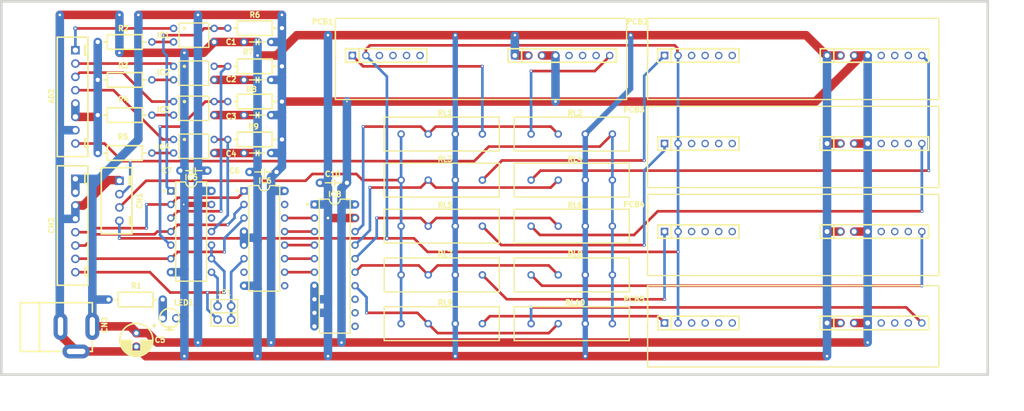
<source format=kicad_pcb>
(kicad_pcb (version 20171130) (host pcbnew "(5.1.10)-1")

  (general
    (thickness 1.6)
    (drawings 6)
    (tracks 412)
    (zones 0)
    (modules 49)
    (nets 88)
  )

  (page A4)
  (layers
    (0 F.Cu signal)
    (31 B.Cu signal)
    (32 B.Adhes user)
    (33 F.Adhes user)
    (34 B.Paste user)
    (35 F.Paste user)
    (36 B.SilkS user)
    (37 F.SilkS user)
    (38 B.Mask user)
    (39 F.Mask user)
    (40 Dwgs.User user)
    (41 Cmts.User user)
    (42 Eco1.User user)
    (43 Eco2.User user)
    (44 Edge.Cuts user)
    (45 Margin user)
    (46 B.CrtYd user)
    (47 F.CrtYd user)
    (48 B.Fab user)
    (49 F.Fab user hide)
  )

  (setup
    (last_trace_width 0.25)
    (user_trace_width 0.5)
    (user_trace_width 1)
    (user_trace_width 1.6)
    (trace_clearance 0.2)
    (zone_clearance 0.508)
    (zone_45_only no)
    (trace_min 0.2)
    (via_size 0.8)
    (via_drill 0.4)
    (via_min_size 0.4)
    (via_min_drill 0.3)
    (user_via 0.6 0.3)
    (user_via 1 0.5)
    (uvia_size 0.3)
    (uvia_drill 0.1)
    (uvias_allowed no)
    (uvia_min_size 0.2)
    (uvia_min_drill 0.1)
    (edge_width 0.05)
    (segment_width 0.2)
    (pcb_text_width 0.3)
    (pcb_text_size 1.5 1.5)
    (mod_edge_width 0.12)
    (mod_text_size 1 1)
    (mod_text_width 0.15)
    (pad_size 1.524 1.524)
    (pad_drill 0.762)
    (pad_to_mask_clearance 0)
    (aux_axis_origin 0 0)
    (visible_elements 7FFFFFFF)
    (pcbplotparams
      (layerselection 0x010fc_ffffffff)
      (usegerberextensions false)
      (usegerberattributes true)
      (usegerberadvancedattributes true)
      (creategerberjobfile true)
      (excludeedgelayer true)
      (linewidth 0.100000)
      (plotframeref false)
      (viasonmask false)
      (mode 1)
      (useauxorigin false)
      (hpglpennumber 1)
      (hpglpenspeed 20)
      (hpglpendiameter 15.000000)
      (psnegative false)
      (psa4output false)
      (plotreference true)
      (plotvalue true)
      (plotinvisibletext false)
      (padsonsilk false)
      (subtractmaskfromsilk false)
      (outputformat 1)
      (mirror false)
      (drillshape 1)
      (scaleselection 1)
      (outputdirectory ""))
  )

  (net 0 "")
  (net 1 GND1)
  (net 2 GND)
  (net 3 /1+)
  (net 4 +5V)
  (net 5 /I+)
  (net 6 /I-)
  (net 7 /bit0)
  (net 8 /bit1)
  (net 9 /bit2)
  (net 10 /Selector2)
  (net 11 "Net-(IC1-Pad4)")
  (net 12 "Net-(IC1-Pad2)")
  (net 13 "Net-(IC2-Pad4)")
  (net 14 "Net-(IC2-Pad2)")
  (net 15 "Net-(IC3-Pad4)")
  (net 16 "Net-(IC3-Pad2)")
  (net 17 "Net-(IC4-Pad4)")
  (net 18 "Net-(IC4-Pad2)")
  (net 19 "Net-(IC5-Pad12)")
  (net 20 "Net-(IC6-Pad7)")
  (net 21 "Net-(IC6-Pad13)")
  (net 22 "Net-(IC6-Pad14)")
  (net 23 "Net-(IC6-Pad12)")
  (net 24 "Net-(IC6-Pad6)")
  (net 25 "Net-(IC6-Pad10)")
  (net 26 "Net-(IC6-Pad11)")
  (net 27 "Net-(IC6-Pad15)")
  (net 28 "Net-(IC6-Pad9)")
  (net 29 "Net-(IC8-Pad17)")
  (net 30 "Net-(IC8-Pad18)")
  (net 31 "Net-(IC8-Pad12)")
  (net 32 "Net-(IC8-Pad11)")
  (net 33 "Net-(IC8-Pad16)")
  (net 34 "Net-(IC8-Pad15)")
  (net 35 "Net-(IC8-Pad14)")
  (net 36 "Net-(IC8-Pad13)")
  (net 37 "Net-(PCB1-Pad11)")
  (net 38 "Net-(PCB1-Pad12)")
  (net 39 "Net-(PCB1-Pad13)")
  (net 40 /OUT1)
  (net 41 /IN1+)
  (net 42 "Net-(PCB1-Pad3)")
  (net 43 "Net-(PCB1-Pad4)")
  (net 44 "Net-(PCB1-Pad5)")
  (net 45 "Net-(PCB1-Pad6)")
  (net 46 "Net-(PCB2-Pad11)")
  (net 47 "Net-(PCB2-Pad12)")
  (net 48 "Net-(PCB2-Pad13)")
  (net 49 /OUT2)
  (net 50 /IN2+)
  (net 51 "Net-(PCB2-Pad3)")
  (net 52 "Net-(PCB2-Pad4)")
  (net 53 "Net-(PCB2-Pad5)")
  (net 54 "Net-(PCB2-Pad6)")
  (net 55 "Net-(PCB3-Pad11)")
  (net 56 "Net-(PCB3-Pad12)")
  (net 57 "Net-(PCB3-Pad13)")
  (net 58 /OUT3)
  (net 59 /IN3+)
  (net 60 "Net-(PCB3-Pad3)")
  (net 61 "Net-(PCB3-Pad4)")
  (net 62 "Net-(PCB3-Pad5)")
  (net 63 "Net-(PCB3-Pad6)")
  (net 64 "Net-(PCB4-Pad11)")
  (net 65 "Net-(PCB4-Pad12)")
  (net 66 "Net-(PCB4-Pad13)")
  (net 67 /OUT4)
  (net 68 /IN4+)
  (net 69 "Net-(PCB4-Pad3)")
  (net 70 "Net-(PCB4-Pad4)")
  (net 71 "Net-(PCB4-Pad5)")
  (net 72 "Net-(PCB4-Pad6)")
  (net 73 "Net-(PCB5-Pad11)")
  (net 74 "Net-(PCB5-Pad12)")
  (net 75 "Net-(PCB5-Pad13)")
  (net 76 /OUT5)
  (net 77 /IN5+)
  (net 78 "Net-(PCB5-Pad3)")
  (net 79 "Net-(PCB5-Pad4)")
  (net 80 "Net-(PCB5-Pad5)")
  (net 81 "Net-(PCB5-Pad6)")
  (net 82 "Net-(AD2-Pad3)")
  (net 83 "Net-(AD2-Pad4)")
  (net 84 "Net-(AD2-Pad2)")
  (net 85 "Net-(AD2-Pad1)")
  (net 86 "Net-(IC5-Pad8)")
  (net 87 "Net-(LED1-Pad1)")

  (net_class Default "This is the default net class."
    (clearance 0.2)
    (trace_width 0.25)
    (via_dia 0.8)
    (via_drill 0.4)
    (uvia_dia 0.3)
    (uvia_drill 0.1)
    (add_net +5V)
    (add_net /1+)
    (add_net /I+)
    (add_net /I-)
    (add_net /IN1+)
    (add_net /IN2+)
    (add_net /IN3+)
    (add_net /IN4+)
    (add_net /IN5+)
    (add_net /OUT1)
    (add_net /OUT2)
    (add_net /OUT3)
    (add_net /OUT4)
    (add_net /OUT5)
    (add_net /Selector2)
    (add_net /bit0)
    (add_net /bit1)
    (add_net /bit2)
    (add_net GND)
    (add_net GND1)
    (add_net "Net-(AD2-Pad1)")
    (add_net "Net-(AD2-Pad2)")
    (add_net "Net-(AD2-Pad3)")
    (add_net "Net-(AD2-Pad4)")
    (add_net "Net-(IC1-Pad2)")
    (add_net "Net-(IC1-Pad4)")
    (add_net "Net-(IC2-Pad2)")
    (add_net "Net-(IC2-Pad4)")
    (add_net "Net-(IC3-Pad2)")
    (add_net "Net-(IC3-Pad4)")
    (add_net "Net-(IC4-Pad2)")
    (add_net "Net-(IC4-Pad4)")
    (add_net "Net-(IC5-Pad12)")
    (add_net "Net-(IC5-Pad8)")
    (add_net "Net-(IC6-Pad10)")
    (add_net "Net-(IC6-Pad11)")
    (add_net "Net-(IC6-Pad12)")
    (add_net "Net-(IC6-Pad13)")
    (add_net "Net-(IC6-Pad14)")
    (add_net "Net-(IC6-Pad15)")
    (add_net "Net-(IC6-Pad6)")
    (add_net "Net-(IC6-Pad7)")
    (add_net "Net-(IC6-Pad9)")
    (add_net "Net-(IC8-Pad11)")
    (add_net "Net-(IC8-Pad12)")
    (add_net "Net-(IC8-Pad13)")
    (add_net "Net-(IC8-Pad14)")
    (add_net "Net-(IC8-Pad15)")
    (add_net "Net-(IC8-Pad16)")
    (add_net "Net-(IC8-Pad17)")
    (add_net "Net-(IC8-Pad18)")
    (add_net "Net-(LED1-Pad1)")
    (add_net "Net-(PCB1-Pad11)")
    (add_net "Net-(PCB1-Pad12)")
    (add_net "Net-(PCB1-Pad13)")
    (add_net "Net-(PCB1-Pad3)")
    (add_net "Net-(PCB1-Pad4)")
    (add_net "Net-(PCB1-Pad5)")
    (add_net "Net-(PCB1-Pad6)")
    (add_net "Net-(PCB2-Pad11)")
    (add_net "Net-(PCB2-Pad12)")
    (add_net "Net-(PCB2-Pad13)")
    (add_net "Net-(PCB2-Pad3)")
    (add_net "Net-(PCB2-Pad4)")
    (add_net "Net-(PCB2-Pad5)")
    (add_net "Net-(PCB2-Pad6)")
    (add_net "Net-(PCB3-Pad11)")
    (add_net "Net-(PCB3-Pad12)")
    (add_net "Net-(PCB3-Pad13)")
    (add_net "Net-(PCB3-Pad3)")
    (add_net "Net-(PCB3-Pad4)")
    (add_net "Net-(PCB3-Pad5)")
    (add_net "Net-(PCB3-Pad6)")
    (add_net "Net-(PCB4-Pad11)")
    (add_net "Net-(PCB4-Pad12)")
    (add_net "Net-(PCB4-Pad13)")
    (add_net "Net-(PCB4-Pad3)")
    (add_net "Net-(PCB4-Pad4)")
    (add_net "Net-(PCB4-Pad5)")
    (add_net "Net-(PCB4-Pad6)")
    (add_net "Net-(PCB5-Pad11)")
    (add_net "Net-(PCB5-Pad12)")
    (add_net "Net-(PCB5-Pad13)")
    (add_net "Net-(PCB5-Pad3)")
    (add_net "Net-(PCB5-Pad4)")
    (add_net "Net-(PCB5-Pad5)")
    (add_net "Net-(PCB5-Pad6)")
  )

  (module MountingHole:MountingHole_3.5mm (layer F.Cu) (tedit 56D1B4CB) (tstamp 64586B9D)
    (at 226.695 154.455)
    (descr "Mounting Hole 3.5mm, no annular")
    (tags "mounting hole 3.5mm no annular")
    (attr virtual)
    (fp_text reference REF** (at 0 -4.5) (layer F.SilkS) hide
      (effects (font (size 1 1) (thickness 0.15)))
    )
    (fp_text value MountingHole_3.5mm (at 0 4.5) (layer F.Fab) hide
      (effects (font (size 1 1) (thickness 0.15)))
    )
    (fp_circle (center 0 0) (end 3.75 0) (layer F.CrtYd) (width 0.05))
    (fp_circle (center 0 0) (end 3.5 0) (layer Cmts.User) (width 0.15))
    (fp_text user %R (at 0.3 0) (layer F.Fab) hide
      (effects (font (size 1 1) (thickness 0.15)))
    )
    (pad 1 np_thru_hole circle (at 0 0) (size 3.5 3.5) (drill 3.5) (layers *.Cu *.Mask))
  )

  (module MountingHole:MountingHole_3.5mm (layer F.Cu) (tedit 56D1B4CB) (tstamp 64586B20)
    (at 226.695 93.345)
    (descr "Mounting Hole 3.5mm, no annular")
    (tags "mounting hole 3.5mm no annular")
    (attr virtual)
    (fp_text reference REF** (at 0 -4.5) (layer F.SilkS) hide
      (effects (font (size 1 1) (thickness 0.15)))
    )
    (fp_text value MountingHole_3.5mm (at 0 4.5) (layer F.Fab) hide
      (effects (font (size 1 1) (thickness 0.15)))
    )
    (fp_circle (center 0 0) (end 3.75 0) (layer F.CrtYd) (width 0.05))
    (fp_circle (center 0 0) (end 3.5 0) (layer Cmts.User) (width 0.15))
    (fp_text user %R (at 0.3 0) (layer F.Fab) hide
      (effects (font (size 1 1) (thickness 0.15)))
    )
    (pad 1 np_thru_hole circle (at 0 0) (size 3.5 3.5) (drill 3.5) (layers *.Cu *.Mask))
  )

  (module MountingHole:MountingHole_3.5mm (layer F.Cu) (tedit 56D1B4CB) (tstamp 64586B20)
    (at 51.435 140.335)
    (descr "Mounting Hole 3.5mm, no annular")
    (tags "mounting hole 3.5mm no annular")
    (autoplace_cost90 1)
    (attr virtual)
    (fp_text reference REF** (at 0 -4.5) (layer F.SilkS) hide
      (effects (font (size 1 1) (thickness 0.15)))
    )
    (fp_text value MountingHole_3.5mm (at 0 4.5) (layer F.Fab) hide
      (effects (font (size 1 1) (thickness 0.15)))
    )
    (fp_circle (center 0 0) (end 3.75 0) (layer F.CrtYd) (width 0.05))
    (fp_circle (center 0 0) (end 3.5 0) (layer Cmts.User) (width 0.15))
    (fp_text user %R (at 0.3 0) (layer F.Fab) hide
      (effects (font (size 1 1) (thickness 0.15)))
    )
    (pad 1 np_thru_hole circle (at 0 0) (size 3.5 3.5) (drill 3.5) (layers *.Cu *.Mask))
  )

  (module MountingHole:MountingHole_3.5mm (layer F.Cu) (tedit 56D1B4CB) (tstamp 64586AFC)
    (at 51.435 93.345)
    (descr "Mounting Hole 3.5mm, no annular")
    (tags "mounting hole 3.5mm no annular")
    (attr virtual)
    (fp_text reference REF** (at 0 -4.5) (layer F.SilkS) hide
      (effects (font (size 1 1) (thickness 0.15)))
    )
    (fp_text value MountingHole_3.5mm (at 0 4.5) (layer F.Fab) hide
      (effects (font (size 1 1) (thickness 0.15)))
    )
    (fp_circle (center 0 0) (end 3.75 0) (layer F.CrtYd) (width 0.05))
    (fp_circle (center 0 0) (end 3.5 0) (layer Cmts.User) (width 0.15))
    (fp_text user %R (at 0.3 0) (layer F.Fab) hide
      (effects (font (size 1 1) (thickness 0.15)))
    )
    (pad 1 np_thru_hole circle (at 0 0) (size 3.5 3.5) (drill 3.5) (layers *.Cu *.Mask))
  )

  (module led-OS:led-os (layer F.Cu) (tedit 645842B5) (tstamp 644B98FD)
    (at 77.978 148.336)
    (path /6472F271)
    (fp_text reference LED1 (at 2.667 -2.921) (layer F.SilkS)
      (effects (font (size 1 1) (thickness 0.25)))
    )
    (fp_text value LED (at 0 3.3528) (layer F.Fab) hide
      (effects (font (size 1 1) (thickness 0.15)))
    )
    (fp_line (start 0.6096 2.1336) (end 0.8636 2.1336) (layer F.SilkS) (width 0.25))
    (fp_line (start 0.2286 2.1336) (end 0.6096 2.1336) (layer F.SilkS) (width 0.25))
    (fp_line (start 0.2286 2.3876) (end 0.2286 2.1336) (layer F.SilkS) (width 0.12))
    (fp_line (start 0.2286 1.8796) (end 0.2286 2.3876) (layer F.SilkS) (width 0.25))
    (fp_line (start -0.1524 2.3876) (end -0.1524 2.1336) (layer F.SilkS) (width 0.25))
    (fp_line (start 0.2286 2.1336) (end -0.1524 2.3876) (layer F.SilkS) (width 0.25))
    (fp_line (start -0.1524 1.8796) (end 0.2286 2.1336) (layer F.SilkS) (width 0.25))
    (fp_line (start -0.1524 2.1336) (end -0.1524 1.8796) (layer F.SilkS) (width 0.25))
    (fp_line (start -0.7874 2.1336) (end -0.1524 2.1336) (layer F.SilkS) (width 0.25))
    (fp_line (start -0.9144 1.6) (end 0.9144 1.6) (layer F.SilkS) (width 0.3))
    (fp_arc (start 0 0) (end 0.9144 1.6) (angle -300.5) (layer F.SilkS) (width 0.3))
    (pad 1 thru_hole circle (at -1.27 0 90) (size 1.4 1.4) (drill 1) (layers *.Cu *.Mask)
      (net 87 "Net-(LED1-Pad1)"))
    (pad 2 thru_hole circle (at 1.27 0 90) (size 1.4 1.4) (drill 1) (layers *.Cu *.Mask)
      (net 2 GND))
  )

  (module Relay:SS1A05D (layer F.Cu) (tedit 644B2E58) (tstamp 644BF788)
    (at 145.796 149.352)
    (path /6454A81D)
    (fp_text reference RL10 (at 8.255 -3.945) (layer F.SilkS)
      (effects (font (size 1 1) (thickness 0.25)))
    )
    (fp_text value SS1A05D (at 8.255 -4.945) (layer F.Fab) hide
      (effects (font (size 1 1) (thickness 0.15)))
    )
    (fp_line (start -3.175 3.175) (end -3.175 -3.175) (layer F.SilkS) (width 0.25))
    (fp_line (start -3.175 -3.175) (end 18.415 -3.175) (layer F.SilkS) (width 0.25))
    (fp_line (start 18.415 -3.175) (end 18.415 3.175) (layer F.SilkS) (width 0.25))
    (fp_line (start 18.415 3.175) (end -3.175 3.175) (layer F.SilkS) (width 0.25))
    (pad 7 thru_hole circle (at 15.24 0) (size 1.4 1.4) (drill 0.8) (layers *.Cu *.Mask)
      (net 3 /1+))
    (pad 5 thru_hole circle (at 10.16 0) (size 1.4 1.4) (drill 0.8) (layers *.Cu *.Mask)
      (net 2 GND))
    (pad 3 thru_hole circle (at 5.08 0) (size 1.4 1.4) (drill 0.8) (layers *.Cu *.Mask)
      (net 35 "Net-(IC8-Pad14)"))
    (pad 1 thru_hole circle (at 0 0) (size 1.4 1.4) (drill 0.8) (layers *.Cu *.Mask)
      (net 76 /OUT5))
  )

  (module Relay:SS1A05D (layer F.Cu) (tedit 644B2E58) (tstamp 644BF767)
    (at 121.412 149.352)
    (path /6454A817)
    (fp_text reference RL9 (at 8.255 -3.945) (layer F.SilkS)
      (effects (font (size 1 1) (thickness 0.25)))
    )
    (fp_text value SS1A05D (at 8.255 -4.945) (layer F.Fab) hide
      (effects (font (size 1 1) (thickness 0.15)))
    )
    (fp_line (start -3.175 3.175) (end -3.175 -3.175) (layer F.SilkS) (width 0.25))
    (fp_line (start -3.175 -3.175) (end 18.415 -3.175) (layer F.SilkS) (width 0.25))
    (fp_line (start 18.415 -3.175) (end 18.415 3.175) (layer F.SilkS) (width 0.25))
    (fp_line (start 18.415 3.175) (end -3.175 3.175) (layer F.SilkS) (width 0.25))
    (pad 7 thru_hole circle (at 15.24 0) (size 1.4 1.4) (drill 0.8) (layers *.Cu *.Mask)
      (net 77 /IN5+))
    (pad 5 thru_hole circle (at 10.16 0) (size 1.4 1.4) (drill 0.8) (layers *.Cu *.Mask)
      (net 2 GND))
    (pad 3 thru_hole circle (at 5.08 0) (size 1.4 1.4) (drill 0.8) (layers *.Cu *.Mask)
      (net 35 "Net-(IC8-Pad14)"))
    (pad 1 thru_hole circle (at 0 0) (size 1.4 1.4) (drill 0.8) (layers *.Cu *.Mask)
      (net 5 /I+))
  )

  (module Relay:SS1A05D (layer F.Cu) (tedit 644B2E58) (tstamp 644BF7CA)
    (at 145.796 140.208)
    (path /6453FFC4)
    (fp_text reference RL8 (at 8.255 -3.945) (layer F.SilkS)
      (effects (font (size 1 1) (thickness 0.25)))
    )
    (fp_text value SS1A05D (at 8.255 -4.945) (layer F.Fab) hide
      (effects (font (size 1 1) (thickness 0.15)))
    )
    (fp_line (start -3.175 3.175) (end -3.175 -3.175) (layer F.SilkS) (width 0.25))
    (fp_line (start -3.175 -3.175) (end 18.415 -3.175) (layer F.SilkS) (width 0.25))
    (fp_line (start 18.415 -3.175) (end 18.415 3.175) (layer F.SilkS) (width 0.25))
    (fp_line (start 18.415 3.175) (end -3.175 3.175) (layer F.SilkS) (width 0.25))
    (pad 7 thru_hole circle (at 15.24 0) (size 1.4 1.4) (drill 0.8) (layers *.Cu *.Mask)
      (net 3 /1+))
    (pad 5 thru_hole circle (at 10.16 0) (size 1.4 1.4) (drill 0.8) (layers *.Cu *.Mask)
      (net 2 GND))
    (pad 3 thru_hole circle (at 5.08 0) (size 1.4 1.4) (drill 0.8) (layers *.Cu *.Mask)
      (net 34 "Net-(IC8-Pad15)"))
    (pad 1 thru_hole circle (at 0 0) (size 1.4 1.4) (drill 0.8) (layers *.Cu *.Mask)
      (net 67 /OUT4))
  )

  (module Relay:SS1A05D (layer F.Cu) (tedit 644B2E58) (tstamp 644BF7EB)
    (at 121.412 140.208)
    (path /6453FFBE)
    (fp_text reference RL7 (at 8.255 -3.945) (layer F.SilkS)
      (effects (font (size 1 1) (thickness 0.25)))
    )
    (fp_text value SS1A05D (at 8.255 -4.945) (layer F.Fab) hide
      (effects (font (size 1 1) (thickness 0.15)))
    )
    (fp_line (start -3.175 3.175) (end -3.175 -3.175) (layer F.SilkS) (width 0.25))
    (fp_line (start -3.175 -3.175) (end 18.415 -3.175) (layer F.SilkS) (width 0.25))
    (fp_line (start 18.415 -3.175) (end 18.415 3.175) (layer F.SilkS) (width 0.25))
    (fp_line (start 18.415 3.175) (end -3.175 3.175) (layer F.SilkS) (width 0.25))
    (pad 7 thru_hole circle (at 15.24 0) (size 1.4 1.4) (drill 0.8) (layers *.Cu *.Mask)
      (net 68 /IN4+))
    (pad 5 thru_hole circle (at 10.16 0) (size 1.4 1.4) (drill 0.8) (layers *.Cu *.Mask)
      (net 2 GND))
    (pad 3 thru_hole circle (at 5.08 0) (size 1.4 1.4) (drill 0.8) (layers *.Cu *.Mask)
      (net 34 "Net-(IC8-Pad15)"))
    (pad 1 thru_hole circle (at 0 0) (size 1.4 1.4) (drill 0.8) (layers *.Cu *.Mask)
      (net 5 /I+))
  )

  (module Relay:SS1A05D (layer F.Cu) (tedit 644B2E58) (tstamp 644BF80C)
    (at 145.796 131.064)
    (path /6452D060)
    (fp_text reference RL6 (at 8.255 -3.945) (layer F.SilkS)
      (effects (font (size 1 1) (thickness 0.25)))
    )
    (fp_text value SS1A05D (at 8.255 -4.945) (layer F.Fab) hide
      (effects (font (size 1 1) (thickness 0.15)))
    )
    (fp_line (start -3.175 3.175) (end -3.175 -3.175) (layer F.SilkS) (width 0.25))
    (fp_line (start -3.175 -3.175) (end 18.415 -3.175) (layer F.SilkS) (width 0.25))
    (fp_line (start 18.415 -3.175) (end 18.415 3.175) (layer F.SilkS) (width 0.25))
    (fp_line (start 18.415 3.175) (end -3.175 3.175) (layer F.SilkS) (width 0.25))
    (pad 7 thru_hole circle (at 15.24 0) (size 1.4 1.4) (drill 0.8) (layers *.Cu *.Mask)
      (net 3 /1+))
    (pad 5 thru_hole circle (at 10.16 0) (size 1.4 1.4) (drill 0.8) (layers *.Cu *.Mask)
      (net 2 GND))
    (pad 3 thru_hole circle (at 5.08 0) (size 1.4 1.4) (drill 0.8) (layers *.Cu *.Mask)
      (net 33 "Net-(IC8-Pad16)"))
    (pad 1 thru_hole circle (at 0 0) (size 1.4 1.4) (drill 0.8) (layers *.Cu *.Mask)
      (net 58 /OUT3))
  )

  (module Relay:SS1A05D (layer F.Cu) (tedit 644B2E58) (tstamp 644BF82D)
    (at 121.412 131.064)
    (path /6452D05A)
    (fp_text reference RL5 (at 8.255 -3.945) (layer F.SilkS)
      (effects (font (size 1 1) (thickness 0.25)))
    )
    (fp_text value SS1A05D (at 8.255 -4.945) (layer F.Fab) hide
      (effects (font (size 1 1) (thickness 0.15)))
    )
    (fp_line (start -3.175 3.175) (end -3.175 -3.175) (layer F.SilkS) (width 0.25))
    (fp_line (start -3.175 -3.175) (end 18.415 -3.175) (layer F.SilkS) (width 0.25))
    (fp_line (start 18.415 -3.175) (end 18.415 3.175) (layer F.SilkS) (width 0.25))
    (fp_line (start 18.415 3.175) (end -3.175 3.175) (layer F.SilkS) (width 0.25))
    (pad 7 thru_hole circle (at 15.24 0) (size 1.4 1.4) (drill 0.8) (layers *.Cu *.Mask)
      (net 59 /IN3+))
    (pad 5 thru_hole circle (at 10.16 0) (size 1.4 1.4) (drill 0.8) (layers *.Cu *.Mask)
      (net 2 GND))
    (pad 3 thru_hole circle (at 5.08 0) (size 1.4 1.4) (drill 0.8) (layers *.Cu *.Mask)
      (net 33 "Net-(IC8-Pad16)"))
    (pad 1 thru_hole circle (at 0 0) (size 1.4 1.4) (drill 0.8) (layers *.Cu *.Mask)
      (net 5 /I+))
  )

  (module Relay:SS1A05D (layer F.Cu) (tedit 644B2E58) (tstamp 644BF7A9)
    (at 145.796 122.428)
    (path /6451F4EE)
    (fp_text reference RL4 (at 8.255 -3.945) (layer F.SilkS)
      (effects (font (size 1 1) (thickness 0.25)))
    )
    (fp_text value SS1A05D (at 8.255 -4.945) (layer F.Fab) hide
      (effects (font (size 1 1) (thickness 0.15)))
    )
    (fp_line (start -3.175 3.175) (end -3.175 -3.175) (layer F.SilkS) (width 0.25))
    (fp_line (start -3.175 -3.175) (end 18.415 -3.175) (layer F.SilkS) (width 0.25))
    (fp_line (start 18.415 -3.175) (end 18.415 3.175) (layer F.SilkS) (width 0.25))
    (fp_line (start 18.415 3.175) (end -3.175 3.175) (layer F.SilkS) (width 0.25))
    (pad 7 thru_hole circle (at 15.24 0) (size 1.4 1.4) (drill 0.8) (layers *.Cu *.Mask)
      (net 3 /1+))
    (pad 5 thru_hole circle (at 10.16 0) (size 1.4 1.4) (drill 0.8) (layers *.Cu *.Mask)
      (net 2 GND))
    (pad 3 thru_hole circle (at 5.08 0) (size 1.4 1.4) (drill 0.8) (layers *.Cu *.Mask)
      (net 29 "Net-(IC8-Pad17)"))
    (pad 1 thru_hole circle (at 0 0) (size 1.4 1.4) (drill 0.8) (layers *.Cu *.Mask)
      (net 49 /OUT2))
  )

  (module Relay:SS1A05D (layer F.Cu) (tedit 644B2E58) (tstamp 644BF84E)
    (at 121.412 122.428)
    (path /6451F4E8)
    (fp_text reference RL3 (at 8.255 -3.945) (layer F.SilkS)
      (effects (font (size 1 1) (thickness 0.25)))
    )
    (fp_text value SS1A05D (at 8.255 -4.945) (layer F.Fab) hide
      (effects (font (size 1 1) (thickness 0.15)))
    )
    (fp_line (start -3.175 3.175) (end -3.175 -3.175) (layer F.SilkS) (width 0.25))
    (fp_line (start -3.175 -3.175) (end 18.415 -3.175) (layer F.SilkS) (width 0.25))
    (fp_line (start 18.415 -3.175) (end 18.415 3.175) (layer F.SilkS) (width 0.25))
    (fp_line (start 18.415 3.175) (end -3.175 3.175) (layer F.SilkS) (width 0.25))
    (pad 7 thru_hole circle (at 15.24 0) (size 1.4 1.4) (drill 0.8) (layers *.Cu *.Mask)
      (net 50 /IN2+))
    (pad 5 thru_hole circle (at 10.16 0) (size 1.4 1.4) (drill 0.8) (layers *.Cu *.Mask)
      (net 2 GND))
    (pad 3 thru_hole circle (at 5.08 0) (size 1.4 1.4) (drill 0.8) (layers *.Cu *.Mask)
      (net 29 "Net-(IC8-Pad17)"))
    (pad 1 thru_hole circle (at 0 0) (size 1.4 1.4) (drill 0.8) (layers *.Cu *.Mask)
      (net 5 /I+))
  )

  (module Relay:SS1A05D (layer F.Cu) (tedit 644B2E58) (tstamp 644BF86F)
    (at 145.796 113.792)
    (path /64593A9E)
    (fp_text reference RL2 (at 8.255 -3.945) (layer F.SilkS)
      (effects (font (size 1 1) (thickness 0.25)))
    )
    (fp_text value SS1A05D (at 8.255 -4.945) (layer F.Fab) hide
      (effects (font (size 1 1) (thickness 0.15)))
    )
    (fp_line (start -3.175 3.175) (end -3.175 -3.175) (layer F.SilkS) (width 0.25))
    (fp_line (start -3.175 -3.175) (end 18.415 -3.175) (layer F.SilkS) (width 0.25))
    (fp_line (start 18.415 -3.175) (end 18.415 3.175) (layer F.SilkS) (width 0.25))
    (fp_line (start 18.415 3.175) (end -3.175 3.175) (layer F.SilkS) (width 0.25))
    (pad 7 thru_hole circle (at 15.24 0) (size 1.4 1.4) (drill 0.8) (layers *.Cu *.Mask)
      (net 3 /1+))
    (pad 5 thru_hole circle (at 10.16 0) (size 1.4 1.4) (drill 0.8) (layers *.Cu *.Mask)
      (net 2 GND))
    (pad 3 thru_hole circle (at 5.08 0) (size 1.4 1.4) (drill 0.8) (layers *.Cu *.Mask)
      (net 30 "Net-(IC8-Pad18)"))
    (pad 1 thru_hole circle (at 0 0) (size 1.4 1.4) (drill 0.8) (layers *.Cu *.Mask)
      (net 40 /OUT1))
  )

  (module Relay:SS1A05D (layer F.Cu) (tedit 644B2E58) (tstamp 644BF890)
    (at 121.412 113.792)
    (path /64590E24)
    (fp_text reference RL1 (at 8.255 -3.945) (layer F.SilkS)
      (effects (font (size 1 1) (thickness 0.25)))
    )
    (fp_text value SS1A05D (at 8.255 -4.945) (layer F.Fab) hide
      (effects (font (size 1 1) (thickness 0.15)))
    )
    (fp_line (start -3.175 3.175) (end -3.175 -3.175) (layer F.SilkS) (width 0.25))
    (fp_line (start -3.175 -3.175) (end 18.415 -3.175) (layer F.SilkS) (width 0.25))
    (fp_line (start 18.415 -3.175) (end 18.415 3.175) (layer F.SilkS) (width 0.25))
    (fp_line (start 18.415 3.175) (end -3.175 3.175) (layer F.SilkS) (width 0.25))
    (pad 7 thru_hole circle (at 15.24 0) (size 1.4 1.4) (drill 0.8) (layers *.Cu *.Mask)
      (net 41 /IN1+))
    (pad 5 thru_hole circle (at 10.16 0) (size 1.4 1.4) (drill 0.8) (layers *.Cu *.Mask)
      (net 2 GND))
    (pad 3 thru_hole circle (at 5.08 0) (size 1.4 1.4) (drill 0.8) (layers *.Cu *.Mask)
      (net 30 "Net-(IC8-Pad18)"))
    (pad 1 thru_hole circle (at 0 0) (size 1.4 1.4) (drill 0.8) (layers *.Cu *.Mask)
      (net 5 /I+))
  )

  (module R:R (layer F.Cu) (tedit 62CCB68D) (tstamp 644B9874)
    (at 99.06 114.8588 180)
    (path /64493DB8)
    (fp_text reference R9 (at 5.334 2.4638) (layer F.SilkS)
      (effects (font (size 1 1) (thickness 0.25)))
    )
    (fp_text value 2k (at 5.08 -2.286) (layer F.Fab) hide
      (effects (font (size 1 1) (thickness 0.15)))
    )
    (fp_line (start 8.23 1.3008) (end 8.23 -1.1992) (layer F.Fab) (width 0.1))
    (fp_line (start 1.93 1.3008) (end 8.23 1.3008) (layer F.Fab) (width 0.1))
    (fp_line (start 1.04 0.0508) (end 1.81 0.0508) (layer F.SilkS) (width 0.3))
    (fp_line (start 8.35 -1.3192) (end 1.81 -1.3192) (layer F.SilkS) (width 0.3))
    (fp_line (start 8.23 -1.1992) (end 1.93 -1.1992) (layer F.Fab) (width 0.1))
    (fp_line (start 1.81 1.4208) (end 8.35 1.4208) (layer F.SilkS) (width 0.3))
    (fp_line (start 9.12 0.0508) (end 8.35 0.0508) (layer F.SilkS) (width 0.3))
    (fp_line (start 1.81 -1.3192) (end 1.81 1.4208) (layer F.SilkS) (width 0.3))
    (fp_line (start 0 0.0508) (end 1.93 0.0508) (layer F.Fab) (width 0.1))
    (fp_line (start 1.93 -1.1992) (end 1.93 1.3008) (layer F.Fab) (width 0.1))
    (fp_line (start 10.16 0.0508) (end 8.23 0.0508) (layer F.Fab) (width 0.1))
    (fp_line (start 8.35 1.4208) (end 8.35 -1.3192) (layer F.SilkS) (width 0.3))
    (fp_text user L6.3mm_D2.5mm_P10mm (at 7.62 2.92) (layer F.Fab) hide
      (effects (font (size 1 1) (thickness 0.15)))
    )
    (pad 2 thru_hole circle (at 10.16 0.0508 180) (size 1.4 1.4) (drill 0.8) (layers *.Cu *.Mask)
      (net 17 "Net-(IC4-Pad4)"))
    (pad 1 thru_hole circle (at 0 0.0508 180) (size 1.4 1.4) (drill 0.8) (layers *.Cu *.Mask)
      (net 4 +5V))
  )

  (module R:R (layer F.Cu) (tedit 62CCB68D) (tstamp 644B9861)
    (at 99.06 107.7468 180)
    (path /644909F1)
    (fp_text reference R8 (at 5.715 2.3368) (layer F.SilkS)
      (effects (font (size 1 1) (thickness 0.25)))
    )
    (fp_text value 2k (at 5.08 -2.286) (layer F.Fab) hide
      (effects (font (size 1 1) (thickness 0.15)))
    )
    (fp_line (start 8.23 1.3008) (end 8.23 -1.1992) (layer F.Fab) (width 0.1))
    (fp_line (start 1.93 1.3008) (end 8.23 1.3008) (layer F.Fab) (width 0.1))
    (fp_line (start 1.04 0.0508) (end 1.81 0.0508) (layer F.SilkS) (width 0.3))
    (fp_line (start 8.35 -1.3192) (end 1.81 -1.3192) (layer F.SilkS) (width 0.3))
    (fp_line (start 8.23 -1.1992) (end 1.93 -1.1992) (layer F.Fab) (width 0.1))
    (fp_line (start 1.81 1.4208) (end 8.35 1.4208) (layer F.SilkS) (width 0.3))
    (fp_line (start 9.12 0.0508) (end 8.35 0.0508) (layer F.SilkS) (width 0.3))
    (fp_line (start 1.81 -1.3192) (end 1.81 1.4208) (layer F.SilkS) (width 0.3))
    (fp_line (start 0 0.0508) (end 1.93 0.0508) (layer F.Fab) (width 0.1))
    (fp_line (start 1.93 -1.1992) (end 1.93 1.3008) (layer F.Fab) (width 0.1))
    (fp_line (start 10.16 0.0508) (end 8.23 0.0508) (layer F.Fab) (width 0.1))
    (fp_line (start 8.35 1.4208) (end 8.35 -1.3192) (layer F.SilkS) (width 0.3))
    (fp_text user L6.3mm_D2.5mm_P10mm (at 7.62 2.92) (layer F.Fab) hide
      (effects (font (size 1 1) (thickness 0.15)))
    )
    (pad 2 thru_hole circle (at 10.16 0.0508 180) (size 1.4 1.4) (drill 0.8) (layers *.Cu *.Mask)
      (net 15 "Net-(IC3-Pad4)"))
    (pad 1 thru_hole circle (at 0 0.0508 180) (size 1.4 1.4) (drill 0.8) (layers *.Cu *.Mask)
      (net 4 +5V))
  )

  (module R:R (layer F.Cu) (tedit 62CCB68D) (tstamp 644B984E)
    (at 99.06 101.1428 180)
    (path /6448ECA3)
    (fp_text reference R7 (at 6.35 2.7178) (layer F.SilkS)
      (effects (font (size 1 1) (thickness 0.25)))
    )
    (fp_text value 2k (at 5.08 -2.286) (layer F.Fab) hide
      (effects (font (size 1 1) (thickness 0.15)))
    )
    (fp_line (start 8.23 1.3008) (end 8.23 -1.1992) (layer F.Fab) (width 0.1))
    (fp_line (start 1.93 1.3008) (end 8.23 1.3008) (layer F.Fab) (width 0.1))
    (fp_line (start 1.04 0.0508) (end 1.81 0.0508) (layer F.SilkS) (width 0.3))
    (fp_line (start 8.35 -1.3192) (end 1.81 -1.3192) (layer F.SilkS) (width 0.3))
    (fp_line (start 8.23 -1.1992) (end 1.93 -1.1992) (layer F.Fab) (width 0.1))
    (fp_line (start 1.81 1.4208) (end 8.35 1.4208) (layer F.SilkS) (width 0.3))
    (fp_line (start 9.12 0.0508) (end 8.35 0.0508) (layer F.SilkS) (width 0.3))
    (fp_line (start 1.81 -1.3192) (end 1.81 1.4208) (layer F.SilkS) (width 0.3))
    (fp_line (start 0 0.0508) (end 1.93 0.0508) (layer F.Fab) (width 0.1))
    (fp_line (start 1.93 -1.1992) (end 1.93 1.3008) (layer F.Fab) (width 0.1))
    (fp_line (start 10.16 0.0508) (end 8.23 0.0508) (layer F.Fab) (width 0.1))
    (fp_line (start 8.35 1.4208) (end 8.35 -1.3192) (layer F.SilkS) (width 0.3))
    (fp_text user L6.3mm_D2.5mm_P10mm (at 7.62 2.92) (layer F.Fab) hide
      (effects (font (size 1 1) (thickness 0.15)))
    )
    (pad 2 thru_hole circle (at 10.16 0.0508 180) (size 1.4 1.4) (drill 0.8) (layers *.Cu *.Mask)
      (net 13 "Net-(IC2-Pad4)"))
    (pad 1 thru_hole circle (at 0 0.0508 180) (size 1.4 1.4) (drill 0.8) (layers *.Cu *.Mask)
      (net 4 +5V))
  )

  (module R:R (layer F.Cu) (tedit 62CCB68D) (tstamp 644BD041)
    (at 99.06 93.98 180)
    (path /64489C13)
    (fp_text reference R6 (at 5.08 2.54) (layer F.SilkS)
      (effects (font (size 1 1) (thickness 0.25)))
    )
    (fp_text value 2k (at 5.08 -2.286) (layer F.Fab) hide
      (effects (font (size 1 1) (thickness 0.15)))
    )
    (fp_line (start 8.23 1.3008) (end 8.23 -1.1992) (layer F.Fab) (width 0.1))
    (fp_line (start 1.93 1.3008) (end 8.23 1.3008) (layer F.Fab) (width 0.1))
    (fp_line (start 1.04 0.0508) (end 1.81 0.0508) (layer F.SilkS) (width 0.3))
    (fp_line (start 8.35 -1.3192) (end 1.81 -1.3192) (layer F.SilkS) (width 0.3))
    (fp_line (start 8.23 -1.1992) (end 1.93 -1.1992) (layer F.Fab) (width 0.1))
    (fp_line (start 1.81 1.4208) (end 8.35 1.4208) (layer F.SilkS) (width 0.3))
    (fp_line (start 9.12 0.0508) (end 8.35 0.0508) (layer F.SilkS) (width 0.3))
    (fp_line (start 1.81 -1.3192) (end 1.81 1.4208) (layer F.SilkS) (width 0.3))
    (fp_line (start 0 0.0508) (end 1.93 0.0508) (layer F.Fab) (width 0.1))
    (fp_line (start 1.93 -1.1992) (end 1.93 1.3008) (layer F.Fab) (width 0.1))
    (fp_line (start 10.16 0.0508) (end 8.23 0.0508) (layer F.Fab) (width 0.1))
    (fp_line (start 8.35 1.4208) (end 8.35 -1.3192) (layer F.SilkS) (width 0.3))
    (fp_text user L6.3mm_D2.5mm_P10mm (at 7.62 2.92) (layer F.Fab) hide
      (effects (font (size 1 1) (thickness 0.15)))
    )
    (pad 2 thru_hole circle (at 10.16 0.0508 180) (size 1.4 1.4) (drill 0.8) (layers *.Cu *.Mask)
      (net 11 "Net-(IC1-Pad4)"))
    (pad 1 thru_hole circle (at 0 0.0508 180) (size 1.4 1.4) (drill 0.8) (layers *.Cu *.Mask)
      (net 4 +5V))
  )

  (module R:R (layer F.Cu) (tedit 62CCB68D) (tstamp 644B9828)
    (at 74.676 117.3988 180)
    (path /64493D9F)
    (fp_text reference R5 (at 5.461 3.0988) (layer F.SilkS)
      (effects (font (size 1 1) (thickness 0.25)))
    )
    (fp_text value 470 (at 5.08 -2.286) (layer F.Fab) hide
      (effects (font (size 1 1) (thickness 0.15)))
    )
    (fp_line (start 8.23 1.3008) (end 8.23 -1.1992) (layer F.Fab) (width 0.1))
    (fp_line (start 1.93 1.3008) (end 8.23 1.3008) (layer F.Fab) (width 0.1))
    (fp_line (start 1.04 0.0508) (end 1.81 0.0508) (layer F.SilkS) (width 0.3))
    (fp_line (start 8.35 -1.3192) (end 1.81 -1.3192) (layer F.SilkS) (width 0.3))
    (fp_line (start 8.23 -1.1992) (end 1.93 -1.1992) (layer F.Fab) (width 0.1))
    (fp_line (start 1.81 1.4208) (end 8.35 1.4208) (layer F.SilkS) (width 0.3))
    (fp_line (start 9.12 0.0508) (end 8.35 0.0508) (layer F.SilkS) (width 0.3))
    (fp_line (start 1.81 -1.3192) (end 1.81 1.4208) (layer F.SilkS) (width 0.3))
    (fp_line (start 0 0.0508) (end 1.93 0.0508) (layer F.Fab) (width 0.1))
    (fp_line (start 1.93 -1.1992) (end 1.93 1.3008) (layer F.Fab) (width 0.1))
    (fp_line (start 10.16 0.0508) (end 8.23 0.0508) (layer F.Fab) (width 0.1))
    (fp_line (start 8.35 1.4208) (end 8.35 -1.3192) (layer F.SilkS) (width 0.3))
    (fp_text user L6.3mm_D2.5mm_P10mm (at 7.62 2.92) (layer F.Fab) hide
      (effects (font (size 1 1) (thickness 0.15)))
    )
    (pad 2 thru_hole circle (at 10.16 0.0508 180) (size 1.4 1.4) (drill 0.8) (layers *.Cu *.Mask)
      (net 1 GND1))
    (pad 1 thru_hole circle (at 0 0.0508 180) (size 1.4 1.4) (drill 0.8) (layers *.Cu *.Mask)
      (net 18 "Net-(IC4-Pad2)"))
  )

  (module R:R (layer F.Cu) (tedit 62CCB68D) (tstamp 644BE307)
    (at 74.676 110.2868 180)
    (path /644909D8)
    (fp_text reference R4 (at 5.334 2.9718) (layer F.SilkS)
      (effects (font (size 1 1) (thickness 0.25)))
    )
    (fp_text value 470 (at 5.08 -2.286) (layer F.Fab) hide
      (effects (font (size 1 1) (thickness 0.15)))
    )
    (fp_line (start 8.23 1.3008) (end 8.23 -1.1992) (layer F.Fab) (width 0.1))
    (fp_line (start 1.93 1.3008) (end 8.23 1.3008) (layer F.Fab) (width 0.1))
    (fp_line (start 1.04 0.0508) (end 1.81 0.0508) (layer F.SilkS) (width 0.3))
    (fp_line (start 8.35 -1.3192) (end 1.81 -1.3192) (layer F.SilkS) (width 0.3))
    (fp_line (start 8.23 -1.1992) (end 1.93 -1.1992) (layer F.Fab) (width 0.1))
    (fp_line (start 1.81 1.4208) (end 8.35 1.4208) (layer F.SilkS) (width 0.3))
    (fp_line (start 9.12 0.0508) (end 8.35 0.0508) (layer F.SilkS) (width 0.3))
    (fp_line (start 1.81 -1.3192) (end 1.81 1.4208) (layer F.SilkS) (width 0.3))
    (fp_line (start 0 0.0508) (end 1.93 0.0508) (layer F.Fab) (width 0.1))
    (fp_line (start 1.93 -1.1992) (end 1.93 1.3008) (layer F.Fab) (width 0.1))
    (fp_line (start 10.16 0.0508) (end 8.23 0.0508) (layer F.Fab) (width 0.1))
    (fp_line (start 8.35 1.4208) (end 8.35 -1.3192) (layer F.SilkS) (width 0.3))
    (fp_text user L6.3mm_D2.5mm_P10mm (at 7.62 2.92) (layer F.Fab) hide
      (effects (font (size 1 1) (thickness 0.15)))
    )
    (pad 2 thru_hole circle (at 10.16 0.0508 180) (size 1.4 1.4) (drill 0.8) (layers *.Cu *.Mask)
      (net 1 GND1))
    (pad 1 thru_hole circle (at 0 0.0508 180) (size 1.4 1.4) (drill 0.8) (layers *.Cu *.Mask)
      (net 16 "Net-(IC3-Pad2)"))
  )

  (module R:R (layer F.Cu) (tedit 62CCB68D) (tstamp 644BE5CD)
    (at 74.676 103.6828 180)
    (path /6448EC8A)
    (fp_text reference R3 (at 5.334 2.7178) (layer F.SilkS)
      (effects (font (size 1 1) (thickness 0.25)))
    )
    (fp_text value 470 (at 5.08 -2.286) (layer F.Fab) hide
      (effects (font (size 1 1) (thickness 0.15)))
    )
    (fp_line (start 8.23 1.3008) (end 8.23 -1.1992) (layer F.Fab) (width 0.1))
    (fp_line (start 1.93 1.3008) (end 8.23 1.3008) (layer F.Fab) (width 0.1))
    (fp_line (start 1.04 0.0508) (end 1.81 0.0508) (layer F.SilkS) (width 0.3))
    (fp_line (start 8.35 -1.3192) (end 1.81 -1.3192) (layer F.SilkS) (width 0.3))
    (fp_line (start 8.23 -1.1992) (end 1.93 -1.1992) (layer F.Fab) (width 0.1))
    (fp_line (start 1.81 1.4208) (end 8.35 1.4208) (layer F.SilkS) (width 0.3))
    (fp_line (start 9.12 0.0508) (end 8.35 0.0508) (layer F.SilkS) (width 0.3))
    (fp_line (start 1.81 -1.3192) (end 1.81 1.4208) (layer F.SilkS) (width 0.3))
    (fp_line (start 0 0.0508) (end 1.93 0.0508) (layer F.Fab) (width 0.1))
    (fp_line (start 1.93 -1.1992) (end 1.93 1.3008) (layer F.Fab) (width 0.1))
    (fp_line (start 10.16 0.0508) (end 8.23 0.0508) (layer F.Fab) (width 0.1))
    (fp_line (start 8.35 1.4208) (end 8.35 -1.3192) (layer F.SilkS) (width 0.3))
    (fp_text user L6.3mm_D2.5mm_P10mm (at 7.62 2.92) (layer F.Fab) hide
      (effects (font (size 1 1) (thickness 0.15)))
    )
    (pad 2 thru_hole circle (at 10.16 0.0508 180) (size 1.4 1.4) (drill 0.8) (layers *.Cu *.Mask)
      (net 1 GND1))
    (pad 1 thru_hole circle (at 0 0.0508 180) (size 1.4 1.4) (drill 0.8) (layers *.Cu *.Mask)
      (net 14 "Net-(IC2-Pad2)"))
  )

  (module R:R (layer F.Cu) (tedit 62CCB68D) (tstamp 644BE48F)
    (at 74.676 96.5708 180)
    (path /64484B84)
    (fp_text reference R2 (at 5.334 2.5908) (layer F.SilkS)
      (effects (font (size 1 1) (thickness 0.25)))
    )
    (fp_text value 470 (at 5.08 -2.286) (layer F.Fab) hide
      (effects (font (size 1 1) (thickness 0.15)))
    )
    (fp_line (start 8.23 1.3008) (end 8.23 -1.1992) (layer F.Fab) (width 0.1))
    (fp_line (start 1.93 1.3008) (end 8.23 1.3008) (layer F.Fab) (width 0.1))
    (fp_line (start 1.04 0.0508) (end 1.81 0.0508) (layer F.SilkS) (width 0.3))
    (fp_line (start 8.35 -1.3192) (end 1.81 -1.3192) (layer F.SilkS) (width 0.3))
    (fp_line (start 8.23 -1.1992) (end 1.93 -1.1992) (layer F.Fab) (width 0.1))
    (fp_line (start 1.81 1.4208) (end 8.35 1.4208) (layer F.SilkS) (width 0.3))
    (fp_line (start 9.12 0.0508) (end 8.35 0.0508) (layer F.SilkS) (width 0.3))
    (fp_line (start 1.81 -1.3192) (end 1.81 1.4208) (layer F.SilkS) (width 0.3))
    (fp_line (start 0 0.0508) (end 1.93 0.0508) (layer F.Fab) (width 0.1))
    (fp_line (start 1.93 -1.1992) (end 1.93 1.3008) (layer F.Fab) (width 0.1))
    (fp_line (start 10.16 0.0508) (end 8.23 0.0508) (layer F.Fab) (width 0.1))
    (fp_line (start 8.35 1.4208) (end 8.35 -1.3192) (layer F.SilkS) (width 0.3))
    (fp_text user L6.3mm_D2.5mm_P10mm (at 7.62 2.92) (layer F.Fab) hide
      (effects (font (size 1 1) (thickness 0.15)))
    )
    (pad 2 thru_hole circle (at 10.16 0.0508 180) (size 1.4 1.4) (drill 0.8) (layers *.Cu *.Mask)
      (net 1 GND1))
    (pad 1 thru_hole circle (at 0 0.0508 180) (size 1.4 1.4) (drill 0.8) (layers *.Cu *.Mask)
      (net 12 "Net-(IC1-Pad2)"))
  )

  (module R:R (layer F.Cu) (tedit 62CCB68D) (tstamp 644BB2E7)
    (at 66.548 144.78)
    (path /6479B926)
    (fp_text reference R1 (at 5.207 -2.54) (layer F.SilkS)
      (effects (font (size 1 1) (thickness 0.25)))
    )
    (fp_text value 470 (at 5.08 -2.286) (layer F.Fab) hide
      (effects (font (size 1 1) (thickness 0.15)))
    )
    (fp_line (start 8.23 1.3008) (end 8.23 -1.1992) (layer F.Fab) (width 0.1))
    (fp_line (start 1.93 1.3008) (end 8.23 1.3008) (layer F.Fab) (width 0.1))
    (fp_line (start 1.04 0.0508) (end 1.81 0.0508) (layer F.SilkS) (width 0.3))
    (fp_line (start 8.35 -1.3192) (end 1.81 -1.3192) (layer F.SilkS) (width 0.3))
    (fp_line (start 8.23 -1.1992) (end 1.93 -1.1992) (layer F.Fab) (width 0.1))
    (fp_line (start 1.81 1.4208) (end 8.35 1.4208) (layer F.SilkS) (width 0.3))
    (fp_line (start 9.12 0.0508) (end 8.35 0.0508) (layer F.SilkS) (width 0.3))
    (fp_line (start 1.81 -1.3192) (end 1.81 1.4208) (layer F.SilkS) (width 0.3))
    (fp_line (start 0 0.0508) (end 1.93 0.0508) (layer F.Fab) (width 0.1))
    (fp_line (start 1.93 -1.1992) (end 1.93 1.3008) (layer F.Fab) (width 0.1))
    (fp_line (start 10.16 0.0508) (end 8.23 0.0508) (layer F.Fab) (width 0.1))
    (fp_line (start 8.35 1.4208) (end 8.35 -1.3192) (layer F.SilkS) (width 0.3))
    (fp_text user L6.3mm_D2.5mm_P10mm (at 7.62 2.92) (layer F.Fab) hide
      (effects (font (size 1 1) (thickness 0.15)))
    )
    (pad 2 thru_hole circle (at 10.16 0.0508) (size 1.4 1.4) (drill 0.8) (layers *.Cu *.Mask)
      (net 87 "Net-(LED1-Pad1)"))
    (pad 1 thru_hole circle (at 0 0.0508) (size 1.4 1.4) (drill 0.8) (layers *.Cu *.Mask)
      (net 4 +5V))
  )

  (module PCB:2305基板 (layer F.Cu) (tedit 644B2A8F) (tstamp 644B97C9)
    (at 170.815 149.225)
    (path /64A50A55)
    (fp_text reference PCB5 (at -5.715 -4.445) (layer F.SilkS)
      (effects (font (size 1 1) (thickness 0.25)))
    )
    (fp_text value 2305PCB (at 21.59 -4.31) (layer F.Fab) hide
      (effects (font (size 1 1) (thickness 0.15)))
    )
    (fp_line (start -1.27 -1.27) (end -1.27 1.27) (layer F.Fab) (width 0.1))
    (fp_line (start 13.97 -1.27) (end -1.27 -1.27) (layer F.Fab) (width 0.1))
    (fp_line (start 13.97 1.27) (end 13.97 -1.27) (layer F.Fab) (width 0.1))
    (fp_line (start -1.27 1.27) (end 13.97 1.27) (layer F.Fab) (width 0.1))
    (fp_line (start -1.27 -1.27) (end -1.27 1.27) (layer F.SilkS) (width 0.3))
    (fp_line (start 13.97 -1.27) (end -1.27 -1.27) (layer F.SilkS) (width 0.3))
    (fp_line (start 13.97 1.27) (end 13.97 -1.27) (layer F.SilkS) (width 0.3))
    (fp_line (start -1.27 1.27) (end 13.97 1.27) (layer F.SilkS) (width 0.3))
    (fp_line (start 1.27 1.27) (end 1.27 -1.27) (layer F.SilkS) (width 0.3))
    (fp_line (start 29.21 -1.27) (end 29.21 1.27) (layer F.Fab) (width 0.1))
    (fp_line (start 49.53 -1.27) (end 29.21 -1.27) (layer F.Fab) (width 0.1))
    (fp_line (start 49.53 1.27) (end 49.53 -1.27) (layer F.Fab) (width 0.1))
    (fp_line (start 29.21 1.27) (end 49.53 1.27) (layer F.Fab) (width 0.1))
    (fp_line (start 29.21 -1.27) (end 29.21 1.27) (layer F.SilkS) (width 0.3))
    (fp_line (start 49.53 -1.27) (end 29.21 -1.27) (layer F.SilkS) (width 0.3))
    (fp_line (start 49.53 1.27) (end 49.53 -1.27) (layer F.SilkS) (width 0.3))
    (fp_line (start 29.21 1.27) (end 49.53 1.27) (layer F.SilkS) (width 0.3))
    (fp_line (start 31.75 1.27) (end 31.75 -1.27) (layer F.SilkS) (width 0.3))
    (fp_line (start -3.175 0) (end -3.175 -6.985) (layer F.SilkS) (width 0.25))
    (fp_line (start -3.175 -6.985) (end -3.175 8.255) (layer F.SilkS) (width 0.25))
    (fp_line (start 51.435 0) (end 51.435 -6.985) (layer F.SilkS) (width 0.25))
    (fp_line (start -3.175 -6.985) (end 51.435 -6.985) (layer F.SilkS) (width 0.25))
    (fp_line (start -3.175 8.255) (end 51.435 8.255) (layer F.SilkS) (width 0.25))
    (fp_line (start 51.435 0) (end 51.435 8.255) (layer F.SilkS) (width 0.25))
    (pad 7 thru_hole rect (at 30.48 0 180) (size 1.4 1.4) (drill 0.9) (layers *.Cu *.Mask)
      (net 2 GND))
    (pad 8 thru_hole circle (at 33.02 0 90) (size 1.4 1.4) (drill 0.9) (layers *.Cu *.Mask)
      (net 2 GND))
    (pad 9 thru_hole circle (at 35.56 0 90) (size 1.4 1.4) (drill 0.9) (layers *.Cu *.Mask)
      (net 4 +5V))
    (pad 10 thru_hole circle (at 38.1 0 90) (size 1.4 1.4) (drill 0.9) (layers *.Cu *.Mask)
      (net 4 +5V))
    (pad 11 thru_hole circle (at 40.64 0 90) (size 1.4 1.4) (drill 0.9) (layers *.Cu *.Mask)
      (net 73 "Net-(PCB5-Pad11)"))
    (pad 12 thru_hole circle (at 43.18 0 90) (size 1.4 1.4) (drill 0.9) (layers *.Cu *.Mask)
      (net 74 "Net-(PCB5-Pad12)"))
    (pad 13 thru_hole circle (at 45.72 0 90) (size 1.4 1.4) (drill 0.9) (layers *.Cu *.Mask)
      (net 75 "Net-(PCB5-Pad13)"))
    (pad 14 thru_hole circle (at 48.26 0 90) (size 1.4 1.4) (drill 0.9) (layers *.Cu *.Mask)
      (net 76 /OUT5))
    (pad 1 thru_hole rect (at 0 0 180) (size 1.4 1.4) (drill 0.9) (layers *.Cu *.Mask)
      (net 77 /IN5+))
    (pad 2 thru_hole circle (at 2.54 0 90) (size 1.4 1.4) (drill 0.9) (layers *.Cu *.Mask)
      (net 6 /I-))
    (pad 3 thru_hole circle (at 5.08 0 90) (size 1.4 1.4) (drill 0.9) (layers *.Cu *.Mask)
      (net 78 "Net-(PCB5-Pad3)"))
    (pad 4 thru_hole circle (at 7.62 0 90) (size 1.4 1.4) (drill 0.9) (layers *.Cu *.Mask)
      (net 79 "Net-(PCB5-Pad4)"))
    (pad 5 thru_hole circle (at 10.16 0 90) (size 1.4 1.4) (drill 0.9) (layers *.Cu *.Mask)
      (net 80 "Net-(PCB5-Pad5)"))
    (pad 6 thru_hole circle (at 12.7 0 90) (size 1.4 1.4) (drill 0.9) (layers *.Cu *.Mask)
      (net 81 "Net-(PCB5-Pad6)"))
  )

  (module PCB:2305基板 (layer F.Cu) (tedit 644B2A8F) (tstamp 644B979F)
    (at 170.815 132.08)
    (path /64A415F0)
    (fp_text reference PCB4 (at -5.715 -5.08) (layer F.SilkS)
      (effects (font (size 1 1) (thickness 0.25)))
    )
    (fp_text value 2305PCB (at 21.59 -4.31) (layer F.Fab) hide
      (effects (font (size 1 1) (thickness 0.15)))
    )
    (fp_line (start -1.27 -1.27) (end -1.27 1.27) (layer F.Fab) (width 0.1))
    (fp_line (start 13.97 -1.27) (end -1.27 -1.27) (layer F.Fab) (width 0.1))
    (fp_line (start 13.97 1.27) (end 13.97 -1.27) (layer F.Fab) (width 0.1))
    (fp_line (start -1.27 1.27) (end 13.97 1.27) (layer F.Fab) (width 0.1))
    (fp_line (start -1.27 -1.27) (end -1.27 1.27) (layer F.SilkS) (width 0.3))
    (fp_line (start 13.97 -1.27) (end -1.27 -1.27) (layer F.SilkS) (width 0.3))
    (fp_line (start 13.97 1.27) (end 13.97 -1.27) (layer F.SilkS) (width 0.3))
    (fp_line (start -1.27 1.27) (end 13.97 1.27) (layer F.SilkS) (width 0.3))
    (fp_line (start 1.27 1.27) (end 1.27 -1.27) (layer F.SilkS) (width 0.3))
    (fp_line (start 29.21 -1.27) (end 29.21 1.27) (layer F.Fab) (width 0.1))
    (fp_line (start 49.53 -1.27) (end 29.21 -1.27) (layer F.Fab) (width 0.1))
    (fp_line (start 49.53 1.27) (end 49.53 -1.27) (layer F.Fab) (width 0.1))
    (fp_line (start 29.21 1.27) (end 49.53 1.27) (layer F.Fab) (width 0.1))
    (fp_line (start 29.21 -1.27) (end 29.21 1.27) (layer F.SilkS) (width 0.3))
    (fp_line (start 49.53 -1.27) (end 29.21 -1.27) (layer F.SilkS) (width 0.3))
    (fp_line (start 49.53 1.27) (end 49.53 -1.27) (layer F.SilkS) (width 0.3))
    (fp_line (start 29.21 1.27) (end 49.53 1.27) (layer F.SilkS) (width 0.3))
    (fp_line (start 31.75 1.27) (end 31.75 -1.27) (layer F.SilkS) (width 0.3))
    (fp_line (start -3.175 0) (end -3.175 -6.985) (layer F.SilkS) (width 0.25))
    (fp_line (start -3.175 -6.985) (end -3.175 8.255) (layer F.SilkS) (width 0.25))
    (fp_line (start 51.435 0) (end 51.435 -6.985) (layer F.SilkS) (width 0.25))
    (fp_line (start -3.175 -6.985) (end 51.435 -6.985) (layer F.SilkS) (width 0.25))
    (fp_line (start -3.175 8.255) (end 51.435 8.255) (layer F.SilkS) (width 0.25))
    (fp_line (start 51.435 0) (end 51.435 8.255) (layer F.SilkS) (width 0.25))
    (pad 7 thru_hole rect (at 30.48 0 180) (size 1.4 1.4) (drill 0.9) (layers *.Cu *.Mask)
      (net 2 GND))
    (pad 8 thru_hole circle (at 33.02 0 90) (size 1.4 1.4) (drill 0.9) (layers *.Cu *.Mask)
      (net 2 GND))
    (pad 9 thru_hole circle (at 35.56 0 90) (size 1.4 1.4) (drill 0.9) (layers *.Cu *.Mask)
      (net 4 +5V))
    (pad 10 thru_hole circle (at 38.1 0 90) (size 1.4 1.4) (drill 0.9) (layers *.Cu *.Mask)
      (net 4 +5V))
    (pad 11 thru_hole circle (at 40.64 0 90) (size 1.4 1.4) (drill 0.9) (layers *.Cu *.Mask)
      (net 64 "Net-(PCB4-Pad11)"))
    (pad 12 thru_hole circle (at 43.18 0 90) (size 1.4 1.4) (drill 0.9) (layers *.Cu *.Mask)
      (net 65 "Net-(PCB4-Pad12)"))
    (pad 13 thru_hole circle (at 45.72 0 90) (size 1.4 1.4) (drill 0.9) (layers *.Cu *.Mask)
      (net 66 "Net-(PCB4-Pad13)"))
    (pad 14 thru_hole circle (at 48.26 0 90) (size 1.4 1.4) (drill 0.9) (layers *.Cu *.Mask)
      (net 67 /OUT4))
    (pad 1 thru_hole rect (at 0 0 180) (size 1.4 1.4) (drill 0.9) (layers *.Cu *.Mask)
      (net 68 /IN4+))
    (pad 2 thru_hole circle (at 2.54 0 90) (size 1.4 1.4) (drill 0.9) (layers *.Cu *.Mask)
      (net 6 /I-))
    (pad 3 thru_hole circle (at 5.08 0 90) (size 1.4 1.4) (drill 0.9) (layers *.Cu *.Mask)
      (net 69 "Net-(PCB4-Pad3)"))
    (pad 4 thru_hole circle (at 7.62 0 90) (size 1.4 1.4) (drill 0.9) (layers *.Cu *.Mask)
      (net 70 "Net-(PCB4-Pad4)"))
    (pad 5 thru_hole circle (at 10.16 0 90) (size 1.4 1.4) (drill 0.9) (layers *.Cu *.Mask)
      (net 71 "Net-(PCB4-Pad5)"))
    (pad 6 thru_hole circle (at 12.7 0 90) (size 1.4 1.4) (drill 0.9) (layers *.Cu *.Mask)
      (net 72 "Net-(PCB4-Pad6)"))
  )

  (module PCB:2305基板 (layer F.Cu) (tedit 644B2A8F) (tstamp 644B9775)
    (at 170.815 115.57)
    (path /64A32BB9)
    (fp_text reference PCB3 (at -5.715 -6.35) (layer F.SilkS)
      (effects (font (size 1 1) (thickness 0.25)))
    )
    (fp_text value 2305PCB (at 21.59 -4.31) (layer F.Fab) hide
      (effects (font (size 1 1) (thickness 0.15)))
    )
    (fp_line (start -1.27 -1.27) (end -1.27 1.27) (layer F.Fab) (width 0.1))
    (fp_line (start 13.97 -1.27) (end -1.27 -1.27) (layer F.Fab) (width 0.1))
    (fp_line (start 13.97 1.27) (end 13.97 -1.27) (layer F.Fab) (width 0.1))
    (fp_line (start -1.27 1.27) (end 13.97 1.27) (layer F.Fab) (width 0.1))
    (fp_line (start -1.27 -1.27) (end -1.27 1.27) (layer F.SilkS) (width 0.3))
    (fp_line (start 13.97 -1.27) (end -1.27 -1.27) (layer F.SilkS) (width 0.3))
    (fp_line (start 13.97 1.27) (end 13.97 -1.27) (layer F.SilkS) (width 0.3))
    (fp_line (start -1.27 1.27) (end 13.97 1.27) (layer F.SilkS) (width 0.3))
    (fp_line (start 1.27 1.27) (end 1.27 -1.27) (layer F.SilkS) (width 0.3))
    (fp_line (start 29.21 -1.27) (end 29.21 1.27) (layer F.Fab) (width 0.1))
    (fp_line (start 49.53 -1.27) (end 29.21 -1.27) (layer F.Fab) (width 0.1))
    (fp_line (start 49.53 1.27) (end 49.53 -1.27) (layer F.Fab) (width 0.1))
    (fp_line (start 29.21 1.27) (end 49.53 1.27) (layer F.Fab) (width 0.1))
    (fp_line (start 29.21 -1.27) (end 29.21 1.27) (layer F.SilkS) (width 0.3))
    (fp_line (start 49.53 -1.27) (end 29.21 -1.27) (layer F.SilkS) (width 0.3))
    (fp_line (start 49.53 1.27) (end 49.53 -1.27) (layer F.SilkS) (width 0.3))
    (fp_line (start 29.21 1.27) (end 49.53 1.27) (layer F.SilkS) (width 0.3))
    (fp_line (start 31.75 1.27) (end 31.75 -1.27) (layer F.SilkS) (width 0.3))
    (fp_line (start -3.175 0) (end -3.175 -6.985) (layer F.SilkS) (width 0.25))
    (fp_line (start -3.175 -6.985) (end -3.175 8.255) (layer F.SilkS) (width 0.25))
    (fp_line (start 51.435 0) (end 51.435 -6.985) (layer F.SilkS) (width 0.25))
    (fp_line (start -3.175 -6.985) (end 51.435 -6.985) (layer F.SilkS) (width 0.25))
    (fp_line (start -3.175 8.255) (end 51.435 8.255) (layer F.SilkS) (width 0.25))
    (fp_line (start 51.435 0) (end 51.435 8.255) (layer F.SilkS) (width 0.25))
    (pad 7 thru_hole rect (at 30.48 0 180) (size 1.4 1.4) (drill 0.9) (layers *.Cu *.Mask)
      (net 2 GND))
    (pad 8 thru_hole circle (at 33.02 0 90) (size 1.4 1.4) (drill 0.9) (layers *.Cu *.Mask)
      (net 2 GND))
    (pad 9 thru_hole circle (at 35.56 0 90) (size 1.4 1.4) (drill 0.9) (layers *.Cu *.Mask)
      (net 4 +5V))
    (pad 10 thru_hole circle (at 38.1 0 90) (size 1.4 1.4) (drill 0.9) (layers *.Cu *.Mask)
      (net 4 +5V))
    (pad 11 thru_hole circle (at 40.64 0 90) (size 1.4 1.4) (drill 0.9) (layers *.Cu *.Mask)
      (net 55 "Net-(PCB3-Pad11)"))
    (pad 12 thru_hole circle (at 43.18 0 90) (size 1.4 1.4) (drill 0.9) (layers *.Cu *.Mask)
      (net 56 "Net-(PCB3-Pad12)"))
    (pad 13 thru_hole circle (at 45.72 0 90) (size 1.4 1.4) (drill 0.9) (layers *.Cu *.Mask)
      (net 57 "Net-(PCB3-Pad13)"))
    (pad 14 thru_hole circle (at 48.26 0 90) (size 1.4 1.4) (drill 0.9) (layers *.Cu *.Mask)
      (net 58 /OUT3))
    (pad 1 thru_hole rect (at 0 0 180) (size 1.4 1.4) (drill 0.9) (layers *.Cu *.Mask)
      (net 59 /IN3+))
    (pad 2 thru_hole circle (at 2.54 0 90) (size 1.4 1.4) (drill 0.9) (layers *.Cu *.Mask)
      (net 6 /I-))
    (pad 3 thru_hole circle (at 5.08 0 90) (size 1.4 1.4) (drill 0.9) (layers *.Cu *.Mask)
      (net 60 "Net-(PCB3-Pad3)"))
    (pad 4 thru_hole circle (at 7.62 0 90) (size 1.4 1.4) (drill 0.9) (layers *.Cu *.Mask)
      (net 61 "Net-(PCB3-Pad4)"))
    (pad 5 thru_hole circle (at 10.16 0 90) (size 1.4 1.4) (drill 0.9) (layers *.Cu *.Mask)
      (net 62 "Net-(PCB3-Pad5)"))
    (pad 6 thru_hole circle (at 12.7 0 90) (size 1.4 1.4) (drill 0.9) (layers *.Cu *.Mask)
      (net 63 "Net-(PCB3-Pad6)"))
  )

  (module PCB:2305基板 (layer F.Cu) (tedit 644B2A8F) (tstamp 644B974B)
    (at 170.815 99.06)
    (path /64A16107)
    (fp_text reference PCB2 (at -5.08 -6.35) (layer F.SilkS)
      (effects (font (size 1 1) (thickness 0.25)))
    )
    (fp_text value 2305PCB (at 21.59 -4.31) (layer F.Fab) hide
      (effects (font (size 1 1) (thickness 0.15)))
    )
    (fp_line (start -1.27 -1.27) (end -1.27 1.27) (layer F.Fab) (width 0.1))
    (fp_line (start 13.97 -1.27) (end -1.27 -1.27) (layer F.Fab) (width 0.1))
    (fp_line (start 13.97 1.27) (end 13.97 -1.27) (layer F.Fab) (width 0.1))
    (fp_line (start -1.27 1.27) (end 13.97 1.27) (layer F.Fab) (width 0.1))
    (fp_line (start -1.27 -1.27) (end -1.27 1.27) (layer F.SilkS) (width 0.3))
    (fp_line (start 13.97 -1.27) (end -1.27 -1.27) (layer F.SilkS) (width 0.3))
    (fp_line (start 13.97 1.27) (end 13.97 -1.27) (layer F.SilkS) (width 0.3))
    (fp_line (start -1.27 1.27) (end 13.97 1.27) (layer F.SilkS) (width 0.3))
    (fp_line (start 1.27 1.27) (end 1.27 -1.27) (layer F.SilkS) (width 0.3))
    (fp_line (start 29.21 -1.27) (end 29.21 1.27) (layer F.Fab) (width 0.1))
    (fp_line (start 49.53 -1.27) (end 29.21 -1.27) (layer F.Fab) (width 0.1))
    (fp_line (start 49.53 1.27) (end 49.53 -1.27) (layer F.Fab) (width 0.1))
    (fp_line (start 29.21 1.27) (end 49.53 1.27) (layer F.Fab) (width 0.1))
    (fp_line (start 29.21 -1.27) (end 29.21 1.27) (layer F.SilkS) (width 0.3))
    (fp_line (start 49.53 -1.27) (end 29.21 -1.27) (layer F.SilkS) (width 0.3))
    (fp_line (start 49.53 1.27) (end 49.53 -1.27) (layer F.SilkS) (width 0.3))
    (fp_line (start 29.21 1.27) (end 49.53 1.27) (layer F.SilkS) (width 0.3))
    (fp_line (start 31.75 1.27) (end 31.75 -1.27) (layer F.SilkS) (width 0.3))
    (fp_line (start -3.175 0) (end -3.175 -6.985) (layer F.SilkS) (width 0.25))
    (fp_line (start -3.175 -6.985) (end -3.175 8.255) (layer F.SilkS) (width 0.25))
    (fp_line (start 51.435 0) (end 51.435 -6.985) (layer F.SilkS) (width 0.25))
    (fp_line (start -3.175 -6.985) (end 51.435 -6.985) (layer F.SilkS) (width 0.25))
    (fp_line (start -3.175 8.255) (end 51.435 8.255) (layer F.SilkS) (width 0.25))
    (fp_line (start 51.435 0) (end 51.435 8.255) (layer F.SilkS) (width 0.25))
    (pad 7 thru_hole rect (at 30.48 0 180) (size 1.4 1.4) (drill 0.9) (layers *.Cu *.Mask)
      (net 2 GND))
    (pad 8 thru_hole circle (at 33.02 0 90) (size 1.4 1.4) (drill 0.9) (layers *.Cu *.Mask)
      (net 2 GND))
    (pad 9 thru_hole circle (at 35.56 0 90) (size 1.4 1.4) (drill 0.9) (layers *.Cu *.Mask)
      (net 4 +5V))
    (pad 10 thru_hole circle (at 38.1 0 90) (size 1.4 1.4) (drill 0.9) (layers *.Cu *.Mask)
      (net 4 +5V))
    (pad 11 thru_hole circle (at 40.64 0 90) (size 1.4 1.4) (drill 0.9) (layers *.Cu *.Mask)
      (net 46 "Net-(PCB2-Pad11)"))
    (pad 12 thru_hole circle (at 43.18 0 90) (size 1.4 1.4) (drill 0.9) (layers *.Cu *.Mask)
      (net 47 "Net-(PCB2-Pad12)"))
    (pad 13 thru_hole circle (at 45.72 0 90) (size 1.4 1.4) (drill 0.9) (layers *.Cu *.Mask)
      (net 48 "Net-(PCB2-Pad13)"))
    (pad 14 thru_hole circle (at 48.26 0 90) (size 1.4 1.4) (drill 0.9) (layers *.Cu *.Mask)
      (net 49 /OUT2))
    (pad 1 thru_hole rect (at 0 0 180) (size 1.4 1.4) (drill 0.9) (layers *.Cu *.Mask)
      (net 50 /IN2+))
    (pad 2 thru_hole circle (at 2.54 0 90) (size 1.4 1.4) (drill 0.9) (layers *.Cu *.Mask)
      (net 6 /I-))
    (pad 3 thru_hole circle (at 5.08 0 90) (size 1.4 1.4) (drill 0.9) (layers *.Cu *.Mask)
      (net 51 "Net-(PCB2-Pad3)"))
    (pad 4 thru_hole circle (at 7.62 0 90) (size 1.4 1.4) (drill 0.9) (layers *.Cu *.Mask)
      (net 52 "Net-(PCB2-Pad4)"))
    (pad 5 thru_hole circle (at 10.16 0 90) (size 1.4 1.4) (drill 0.9) (layers *.Cu *.Mask)
      (net 53 "Net-(PCB2-Pad5)"))
    (pad 6 thru_hole circle (at 12.7 0 90) (size 1.4 1.4) (drill 0.9) (layers *.Cu *.Mask)
      (net 54 "Net-(PCB2-Pad6)"))
  )

  (module PCB:2305基板 (layer F.Cu) (tedit 644B2A8F) (tstamp 644B9721)
    (at 112.268 99.06)
    (path /6482247B)
    (fp_text reference PCB1 (at -5.588 -6.35) (layer F.SilkS)
      (effects (font (size 1 1) (thickness 0.25)))
    )
    (fp_text value 2305PCB (at 21.59 -4.31) (layer F.Fab) hide
      (effects (font (size 1 1) (thickness 0.15)))
    )
    (fp_line (start -1.27 -1.27) (end -1.27 1.27) (layer F.Fab) (width 0.1))
    (fp_line (start 13.97 -1.27) (end -1.27 -1.27) (layer F.Fab) (width 0.1))
    (fp_line (start 13.97 1.27) (end 13.97 -1.27) (layer F.Fab) (width 0.1))
    (fp_line (start -1.27 1.27) (end 13.97 1.27) (layer F.Fab) (width 0.1))
    (fp_line (start -1.27 -1.27) (end -1.27 1.27) (layer F.SilkS) (width 0.3))
    (fp_line (start 13.97 -1.27) (end -1.27 -1.27) (layer F.SilkS) (width 0.3))
    (fp_line (start 13.97 1.27) (end 13.97 -1.27) (layer F.SilkS) (width 0.3))
    (fp_line (start -1.27 1.27) (end 13.97 1.27) (layer F.SilkS) (width 0.3))
    (fp_line (start 1.27 1.27) (end 1.27 -1.27) (layer F.SilkS) (width 0.3))
    (fp_line (start 29.21 -1.27) (end 29.21 1.27) (layer F.Fab) (width 0.1))
    (fp_line (start 49.53 -1.27) (end 29.21 -1.27) (layer F.Fab) (width 0.1))
    (fp_line (start 49.53 1.27) (end 49.53 -1.27) (layer F.Fab) (width 0.1))
    (fp_line (start 29.21 1.27) (end 49.53 1.27) (layer F.Fab) (width 0.1))
    (fp_line (start 29.21 -1.27) (end 29.21 1.27) (layer F.SilkS) (width 0.3))
    (fp_line (start 49.53 -1.27) (end 29.21 -1.27) (layer F.SilkS) (width 0.3))
    (fp_line (start 49.53 1.27) (end 49.53 -1.27) (layer F.SilkS) (width 0.3))
    (fp_line (start 29.21 1.27) (end 49.53 1.27) (layer F.SilkS) (width 0.3))
    (fp_line (start 31.75 1.27) (end 31.75 -1.27) (layer F.SilkS) (width 0.3))
    (fp_line (start -3.175 0) (end -3.175 -6.985) (layer F.SilkS) (width 0.25))
    (fp_line (start -3.175 -6.985) (end -3.175 8.255) (layer F.SilkS) (width 0.25))
    (fp_line (start 51.435 0) (end 51.435 -6.985) (layer F.SilkS) (width 0.25))
    (fp_line (start -3.175 -6.985) (end 51.435 -6.985) (layer F.SilkS) (width 0.25))
    (fp_line (start -3.175 8.255) (end 51.435 8.255) (layer F.SilkS) (width 0.25))
    (fp_line (start 51.435 0) (end 51.435 8.255) (layer F.SilkS) (width 0.25))
    (pad 7 thru_hole rect (at 30.48 0 180) (size 1.4 1.4) (drill 0.9) (layers *.Cu *.Mask)
      (net 2 GND))
    (pad 8 thru_hole circle (at 33.02 0 90) (size 1.4 1.4) (drill 0.9) (layers *.Cu *.Mask)
      (net 2 GND))
    (pad 9 thru_hole circle (at 35.56 0 90) (size 1.4 1.4) (drill 0.9) (layers *.Cu *.Mask)
      (net 4 +5V))
    (pad 10 thru_hole circle (at 38.1 0 90) (size 1.4 1.4) (drill 0.9) (layers *.Cu *.Mask)
      (net 4 +5V))
    (pad 11 thru_hole circle (at 40.64 0 90) (size 1.4 1.4) (drill 0.9) (layers *.Cu *.Mask)
      (net 37 "Net-(PCB1-Pad11)"))
    (pad 12 thru_hole circle (at 43.18 0 90) (size 1.4 1.4) (drill 0.9) (layers *.Cu *.Mask)
      (net 38 "Net-(PCB1-Pad12)"))
    (pad 13 thru_hole circle (at 45.72 0 90) (size 1.4 1.4) (drill 0.9) (layers *.Cu *.Mask)
      (net 39 "Net-(PCB1-Pad13)"))
    (pad 14 thru_hole circle (at 48.26 0 90) (size 1.4 1.4) (drill 0.9) (layers *.Cu *.Mask)
      (net 40 /OUT1))
    (pad 1 thru_hole rect (at 0 0 180) (size 1.4 1.4) (drill 0.9) (layers *.Cu *.Mask)
      (net 41 /IN1+))
    (pad 2 thru_hole circle (at 2.54 0 90) (size 1.4 1.4) (drill 0.9) (layers *.Cu *.Mask)
      (net 6 /I-))
    (pad 3 thru_hole circle (at 5.08 0 90) (size 1.4 1.4) (drill 0.9) (layers *.Cu *.Mask)
      (net 42 "Net-(PCB1-Pad3)"))
    (pad 4 thru_hole circle (at 7.62 0 90) (size 1.4 1.4) (drill 0.9) (layers *.Cu *.Mask)
      (net 43 "Net-(PCB1-Pad4)"))
    (pad 5 thru_hole circle (at 10.16 0 90) (size 1.4 1.4) (drill 0.9) (layers *.Cu *.Mask)
      (net 44 "Net-(PCB1-Pad5)"))
    (pad 6 thru_hole circle (at 12.7 0 90) (size 1.4 1.4) (drill 0.9) (layers *.Cu *.Mask)
      (net 45 "Net-(PCB1-Pad6)"))
  )

  (module cn_connector:jumper (layer F.Cu) (tedit 62295269) (tstamp 644C0921)
    (at 88.265 147.32)
    (path /651EE344)
    (fp_text reference JP1 (at 0 -3.81) (layer F.SilkS)
      (effects (font (size 1 1) (thickness 0.15)))
    )
    (fp_text value Jumper (at -8.9 -5.4) (layer F.Fab) hide
      (effects (font (size 1 1) (thickness 0.15)))
    )
    (fp_line (start 2.5 2.5) (end -2.5 2.5) (layer F.SilkS) (width 0.25))
    (fp_line (start -2.5 -2.5) (end 2.5 -2.5) (layer F.SilkS) (width 0.25))
    (fp_line (start -2.5 2.5) (end -2.5 -2.5) (layer F.SilkS) (width 0.25))
    (fp_line (start 2.5 2.5) (end 2.5 -2.5) (layer F.SilkS) (width 0.25))
    (fp_line (start -2.5 0) (end 2.5 0) (layer F.SilkS) (width 0.25))
    (pad 3 thru_hole circle (at -1.27 1.27 90) (size 1.6 1.6) (drill 1) (layers *.Cu *.Mask)
      (net 10 /Selector2))
    (pad 4 thru_hole circle (at 1.27 1.27 90) (size 1.6 1.6) (drill 1) (layers *.Cu *.Mask)
      (net 24 "Net-(IC6-Pad6)"))
    (pad 1 thru_hole circle (at -1.27 -1.27 90) (size 1.6 1.6) (drill 1) (layers *.Cu *.Mask)
      (net 86 "Net-(IC5-Pad8)"))
    (pad 2 thru_hole circle (at 1.27 -1.27 90) (size 1.6 1.6) (drill 1) (layers *.Cu *.Mask)
      (net 24 "Net-(IC6-Pad6)"))
  )

  (module 74HC:74HC-20pins (layer F.Cu) (tedit 644B2571) (tstamp 644BD5E6)
    (at 108.966 138.43)
    (path /64E18FAE)
    (fp_text reference IC8 (at 0 -13.335) (layer F.SilkS)
      (effects (font (size 1 1) (thickness 0.25)))
    )
    (fp_text value HC540 (at 0 -15.105) (layer F.Fab) hide
      (effects (font (size 1 1) (thickness 0.15)))
    )
    (fp_line (start -2.9 -12.44) (end -1.016 -12.44) (layer F.SilkS) (width 0.25))
    (fp_line (start -2.9 7.36) (end -2.9 -12.44) (layer F.SilkS) (width 0.25))
    (fp_line (start 1.016 -12.44) (end 2.9 -12.44) (layer F.SilkS) (width 0.25))
    (fp_circle (center -5.08 -11.43) (end -4.88 -11.43) (layer F.SilkS) (width 0.25))
    (fp_line (start 2.9 7.36) (end 2.9 -12.44) (layer F.SilkS) (width 0.25))
    (fp_poly (pts (xy -4.88 -11.43) (xy -5.08 -11.23) (xy -5.28 -11.43) (xy -5.08 -11.63)) (layer F.SilkS) (width 0.1))
    (fp_line (start -2.9 12.7) (end 2.9 12.7) (layer F.SilkS) (width 0.25))
    (fp_line (start -2.9 7.36) (end -2.9 12.7) (layer F.SilkS) (width 0.25))
    (fp_line (start 2.9 7.36) (end 2.9 12.7) (layer F.SilkS) (width 0.25))
    (fp_arc (start 0 -12.44) (end -1.016 -12.44) (angle -180) (layer F.SilkS) (width 0.25))
    (pad 19 thru_hole circle (at 3.81 -8.89) (size 1.4 1.4) (drill 0.8) (layers *.Cu *.Mask)
      (net 2 GND))
    (pad 17 thru_hole circle (at 3.81 -3.81) (size 1.4 1.4) (drill 0.8) (layers *.Cu *.Mask)
      (net 29 "Net-(IC8-Pad17)"))
    (pad 18 thru_hole circle (at 3.81 -6.35) (size 1.4 1.4) (drill 0.8) (layers *.Cu *.Mask)
      (net 30 "Net-(IC8-Pad18)"))
    (pad 20 thru_hole circle (at 3.81 -11.43) (size 1.4 1.4) (drill 0.8) (layers *.Cu *.Mask)
      (net 4 +5V))
    (pad 2 thru_hole circle (at -3.81 -8.89) (size 1.4 1.4) (drill 0.8) (layers *.Cu *.Mask)
      (net 22 "Net-(IC6-Pad14)"))
    (pad 7 thru_hole circle (at -3.81 3.81) (size 1.4 1.4) (drill 0.8) (layers *.Cu *.Mask)
      (net 2 GND))
    (pad 12 thru_hole circle (at 3.81 8.89) (size 1.4 1.4) (drill 0.8) (layers *.Cu *.Mask)
      (net 31 "Net-(IC8-Pad12)"))
    (pad 11 thru_hole circle (at 3.81 11.43) (size 1.4 1.4) (drill 0.8) (layers *.Cu *.Mask)
      (net 32 "Net-(IC8-Pad11)"))
    (pad 16 thru_hole circle (at 3.81 -1.27) (size 1.4 1.4) (drill 0.8) (layers *.Cu *.Mask)
      (net 33 "Net-(IC8-Pad16)"))
    (pad 15 thru_hole circle (at 3.81 1.27) (size 1.4 1.4) (drill 0.8) (layers *.Cu *.Mask)
      (net 34 "Net-(IC8-Pad15)"))
    (pad 4 thru_hole circle (at -3.81 -3.81) (size 1.4 1.4) (drill 0.8) (layers *.Cu *.Mask)
      (net 23 "Net-(IC6-Pad12)"))
    (pad 1 thru_hole rect (at -3.81 -11.43) (size 1.4 1.4) (drill 0.8) (layers *.Cu *.Mask)
      (net 2 GND))
    (pad 14 thru_hole circle (at 3.81 3.81) (size 1.4 1.4) (drill 0.8) (layers *.Cu *.Mask)
      (net 35 "Net-(IC8-Pad14)"))
    (pad 13 thru_hole circle (at 3.81 6.35) (size 1.4 1.4) (drill 0.8) (layers *.Cu *.Mask)
      (net 36 "Net-(IC8-Pad13)"))
    (pad 3 thru_hole circle (at -3.81 -6.35) (size 1.4 1.4) (drill 0.8) (layers *.Cu *.Mask)
      (net 21 "Net-(IC6-Pad13)"))
    (pad 8 thru_hole circle (at -3.81 6.35) (size 1.4 1.4) (drill 0.8) (layers *.Cu *.Mask)
      (net 2 GND))
    (pad 9 thru_hole circle (at -3.81 8.89) (size 1.4 1.4) (drill 0.8) (layers *.Cu *.Mask)
      (net 2 GND))
    (pad 6 thru_hole circle (at -3.81 1.27) (size 1.4 1.4) (drill 0.8) (layers *.Cu *.Mask)
      (net 25 "Net-(IC6-Pad10)"))
    (pad 10 thru_hole circle (at -3.81 11.43) (size 1.4 1.4) (drill 0.8) (layers *.Cu *.Mask)
      (net 2 GND))
    (pad 5 thru_hole circle (at -3.81 -1.27) (size 1.4 1.4) (drill 0.8) (layers *.Cu *.Mask)
      (net 26 "Net-(IC6-Pad11)"))
  )

  (module 74HC:74HC-16pins (layer F.Cu) (tedit 62C79441) (tstamp 644B96C8)
    (at 95.758 133.35)
    (path /644C3F03)
    (fp_text reference IC6 (at 0.127 -10.795) (layer F.SilkS)
      (effects (font (size 1 1) (thickness 0.25)))
    )
    (fp_text value 74HC138 (at 0 -11.93) (layer F.Fab) hide
      (effects (font (size 1 1) (thickness 0.15)))
    )
    (fp_poly (pts (xy -4.88 -8.89) (xy -5.08 -8.69) (xy -5.28 -8.89) (xy -5.08 -9.09)) (layer F.SilkS) (width 0.1))
    (fp_line (start -2.9 -9.9) (end -1.016 -9.9) (layer F.SilkS) (width 0.25))
    (fp_line (start -2.9 9.9) (end 2.9 9.9) (layer F.SilkS) (width 0.25))
    (fp_line (start 2.9 9.9) (end 2.9 -9.9) (layer F.SilkS) (width 0.25))
    (fp_line (start 1.016 -9.9) (end 2.9 -9.9) (layer F.SilkS) (width 0.25))
    (fp_line (start -2.9 9.9) (end -2.9 -9.9) (layer F.SilkS) (width 0.25))
    (fp_circle (center -5.08 -8.89) (end -4.88 -8.89) (layer F.SilkS) (width 0.25))
    (fp_arc (start 0 -9.9) (end -1.016 -9.9) (angle -180) (layer F.SilkS) (width 0.25))
    (pad 8 thru_hole circle (at -3.81 8.89) (size 1.4 1.4) (drill 0.8) (layers *.Cu *.Mask)
      (net 2 GND))
    (pad 7 thru_hole circle (at -3.81 6.35) (size 1.4 1.4) (drill 0.8) (layers *.Cu *.Mask)
      (net 20 "Net-(IC6-Pad7)"))
    (pad 13 thru_hole circle (at 3.81 -1.27) (size 1.4 1.4) (drill 0.8) (layers *.Cu *.Mask)
      (net 21 "Net-(IC6-Pad13)"))
    (pad 5 thru_hole circle (at -3.81 1.27) (size 1.4 1.4) (drill 0.8) (layers *.Cu *.Mask)
      (net 2 GND))
    (pad 3 thru_hole circle (at -3.81 -3.81) (size 1.4 1.4) (drill 0.8) (layers *.Cu *.Mask)
      (net 9 /bit2))
    (pad 14 thru_hole circle (at 3.81 -3.81) (size 1.4 1.4) (drill 0.8) (layers *.Cu *.Mask)
      (net 22 "Net-(IC6-Pad14)"))
    (pad 12 thru_hole circle (at 3.81 1.27) (size 1.4 1.4) (drill 0.8) (layers *.Cu *.Mask)
      (net 23 "Net-(IC6-Pad12)"))
    (pad 6 thru_hole circle (at -3.81 3.81) (size 1.4 1.4) (drill 0.8) (layers *.Cu *.Mask)
      (net 24 "Net-(IC6-Pad6)"))
    (pad 10 thru_hole circle (at 3.81 6.35) (size 1.4 1.4) (drill 0.8) (layers *.Cu *.Mask)
      (net 25 "Net-(IC6-Pad10)"))
    (pad 11 thru_hole circle (at 3.81 3.81) (size 1.4 1.4) (drill 0.8) (layers *.Cu *.Mask)
      (net 26 "Net-(IC6-Pad11)"))
    (pad 15 thru_hole circle (at 3.81 -6.35) (size 1.4 1.4) (drill 0.8) (layers *.Cu *.Mask)
      (net 27 "Net-(IC6-Pad15)"))
    (pad 9 thru_hole circle (at 3.81 8.89) (size 1.4 1.4) (drill 0.8) (layers *.Cu *.Mask)
      (net 28 "Net-(IC6-Pad9)"))
    (pad 16 thru_hole circle (at 3.81 -8.89) (size 1.4 1.4) (drill 0.8) (layers *.Cu *.Mask)
      (net 4 +5V))
    (pad 1 thru_hole rect (at -3.81 -8.89) (size 1.4 1.4) (drill 0.8) (layers *.Cu *.Mask)
      (net 7 /bit0))
    (pad 4 thru_hole circle (at -3.81 -1.27) (size 1.4 1.4) (drill 0.8) (layers *.Cu *.Mask)
      (net 2 GND))
    (pad 2 thru_hole circle (at -3.81 -6.35) (size 1.4 1.4) (drill 0.8) (layers *.Cu *.Mask)
      (net 8 /bit1))
  )

  (module 74HC:74HC-14pins (layer F.Cu) (tedit 62C793E5) (tstamp 644BD550)
    (at 82.042 132.08)
    (path /644B2910)
    (fp_text reference IC5 (at 0 -10.16) (layer F.SilkS)
      (effects (font (size 1 1) (thickness 0.25)))
    )
    (fp_text value 74HC04 (at 0 -12.7) (layer F.Fab) hide
      (effects (font (size 1 1) (thickness 0.15)))
    )
    (fp_poly (pts (xy -4.88 -7.62) (xy -5.08 -7.42) (xy -5.28 -7.62) (xy -5.08 -7.82)) (layer F.SilkS) (width 0.1))
    (fp_line (start -2.9 9.3) (end 2.9 9.3) (layer F.SilkS) (width 0.25))
    (fp_line (start 2.9 9.3) (end 2.9 -9.3) (layer F.SilkS) (width 0.25))
    (fp_circle (center -5.08 -7.62) (end -4.88 -7.62) (layer F.SilkS) (width 0.25))
    (fp_line (start -2.9 9.3) (end -2.9 -9.3) (layer F.SilkS) (width 0.25))
    (fp_line (start 1.016 -9.3) (end 2.9 -9.3) (layer F.SilkS) (width 0.25))
    (fp_line (start -2.9 -9.3) (end -1.016 -9.3) (layer F.SilkS) (width 0.25))
    (fp_arc (start 0 -9.3) (end -1.016 -9.3) (angle -180) (layer F.SilkS) (width 0.25))
    (pad 11 thru_hole circle (at 3.81 0) (size 1.4 1.4) (drill 0.8) (layers *.Cu *.Mask)
      (net 17 "Net-(IC4-Pad4)"))
    (pad 3 thru_hole circle (at -3.81 -2.54) (size 1.4 1.4) (drill 0.8) (layers *.Cu *.Mask)
      (net 13 "Net-(IC2-Pad4)"))
    (pad 9 thru_hole circle (at 3.81 5.08) (size 1.4 1.4) (drill 0.8) (layers *.Cu *.Mask)
      (net 10 /Selector2))
    (pad 8 thru_hole circle (at 3.81 7.62) (size 1.4 1.4) (drill 0.8) (layers *.Cu *.Mask)
      (net 86 "Net-(IC5-Pad8)"))
    (pad 6 thru_hole circle (at -3.81 5.08) (size 1.4 1.4) (drill 0.8) (layers *.Cu *.Mask)
      (net 9 /bit2))
    (pad 12 thru_hole circle (at 3.81 -2.54) (size 1.4 1.4) (drill 0.8) (layers *.Cu *.Mask)
      (net 19 "Net-(IC5-Pad12)"))
    (pad 10 thru_hole circle (at 3.81 2.54) (size 1.4 1.4) (drill 0.8) (layers *.Cu *.Mask)
      (net 10 /Selector2))
    (pad 4 thru_hole circle (at -3.81 0) (size 1.4 1.4) (drill 0.8) (layers *.Cu *.Mask)
      (net 8 /bit1))
    (pad 7 thru_hole circle (at -3.81 7.62) (size 1.4 1.4) (drill 0.8) (layers *.Cu *.Mask)
      (net 2 GND))
    (pad 13 thru_hole circle (at 3.81 -5.08) (size 1.4 1.4) (drill 0.8) (layers *.Cu *.Mask)
      (net 2 GND))
    (pad 14 thru_hole circle (at 3.81 -7.62) (size 1.4 1.4) (drill 0.8) (layers *.Cu *.Mask)
      (net 4 +5V))
    (pad 5 thru_hole circle (at -3.81 2.54) (size 1.4 1.4) (drill 0.8) (layers *.Cu *.Mask)
      (net 15 "Net-(IC3-Pad4)"))
    (pad 2 thru_hole circle (at -3.81 -5.08) (size 1.4 1.4) (drill 0.8) (layers *.Cu *.Mask)
      (net 7 /bit0))
    (pad 1 thru_hole rect (at -3.81 -7.62) (size 1.4 1.4) (drill 0.8) (layers *.Cu *.Mask)
      (net 11 "Net-(IC1-Pad4)"))
  )

  (module IC:VO618A-4 (layer F.Cu) (tedit 62C7AC54) (tstamp 644B9692)
    (at 82.55 116.078)
    (path /64493D99)
    (fp_text reference IC4 (at -5.715 0.127) (layer F.SilkS)
      (effects (font (size 1 1) (thickness 0.25)))
    )
    (fp_text value VO615A (at 0 -4.945) (layer F.Fab) hide
      (effects (font (size 1 1) (thickness 0.15)))
    )
    (fp_line (start 2.794 -2.286) (end -2.794 -2.286) (layer F.SilkS) (width 0.25))
    (fp_line (start 2.794 2.286) (end -2.794 2.286) (layer F.SilkS) (width 0.25))
    (fp_line (start 2.794 2.286) (end 2.794 -2.286) (layer F.SilkS) (width 0.25))
    (fp_line (start -2.794 -2.286) (end -2.794 2.286) (layer F.SilkS) (width 0.25))
    (fp_circle (center -1.778 -1.27) (end -1.598395 -1.27) (layer F.SilkS) (width 0.3))
    (pad 4 thru_hole circle (at 3.81 -1.27) (size 1.4 1.4) (drill 0.8) (layers *.Cu *.Mask)
      (net 17 "Net-(IC4-Pad4)"))
    (pad 3 thru_hole circle (at 3.81 1.27) (size 1.4 1.4) (drill 0.8) (layers *.Cu *.Mask)
      (net 2 GND))
    (pad 2 thru_hole circle (at -3.81 1.27) (size 1.4 1.4) (drill 0.8) (layers *.Cu *.Mask)
      (net 18 "Net-(IC4-Pad2)"))
    (pad 1 thru_hole circle (at -3.81 -1.27) (size 1.4 1.4) (drill 0.8) (layers *.Cu *.Mask)
      (net 83 "Net-(AD2-Pad4)"))
  )

  (module IC:VO618A-4 (layer F.Cu) (tedit 62C7AC54) (tstamp 644B9685)
    (at 82.55 108.966)
    (path /644909D2)
    (fp_text reference IC3 (at -5.715 0.254) (layer F.SilkS)
      (effects (font (size 1 1) (thickness 0.25)))
    )
    (fp_text value VO615A (at 0 -4.945) (layer F.Fab) hide
      (effects (font (size 1 1) (thickness 0.15)))
    )
    (fp_line (start 2.794 -2.286) (end -2.794 -2.286) (layer F.SilkS) (width 0.25))
    (fp_line (start 2.794 2.286) (end -2.794 2.286) (layer F.SilkS) (width 0.25))
    (fp_line (start 2.794 2.286) (end 2.794 -2.286) (layer F.SilkS) (width 0.25))
    (fp_line (start -2.794 -2.286) (end -2.794 2.286) (layer F.SilkS) (width 0.25))
    (fp_circle (center -1.778 -1.27) (end -1.598395 -1.27) (layer F.SilkS) (width 0.3))
    (pad 4 thru_hole circle (at 3.81 -1.27) (size 1.4 1.4) (drill 0.8) (layers *.Cu *.Mask)
      (net 15 "Net-(IC3-Pad4)"))
    (pad 3 thru_hole circle (at 3.81 1.27) (size 1.4 1.4) (drill 0.8) (layers *.Cu *.Mask)
      (net 2 GND))
    (pad 2 thru_hole circle (at -3.81 1.27) (size 1.4 1.4) (drill 0.8) (layers *.Cu *.Mask)
      (net 16 "Net-(IC3-Pad2)"))
    (pad 1 thru_hole circle (at -3.81 -1.27) (size 1.4 1.4) (drill 0.8) (layers *.Cu *.Mask)
      (net 82 "Net-(AD2-Pad3)"))
  )

  (module IC:VO618A-4 (layer F.Cu) (tedit 62C7AC54) (tstamp 644B9678)
    (at 82.55 102.362)
    (path /6448EC84)
    (fp_text reference IC2 (at -5.715 -0.127) (layer F.SilkS)
      (effects (font (size 1 1) (thickness 0.25)))
    )
    (fp_text value VO615A (at 0 -4.945) (layer F.Fab) hide
      (effects (font (size 1 1) (thickness 0.15)))
    )
    (fp_line (start 2.794 -2.286) (end -2.794 -2.286) (layer F.SilkS) (width 0.25))
    (fp_line (start 2.794 2.286) (end -2.794 2.286) (layer F.SilkS) (width 0.25))
    (fp_line (start 2.794 2.286) (end 2.794 -2.286) (layer F.SilkS) (width 0.25))
    (fp_line (start -2.794 -2.286) (end -2.794 2.286) (layer F.SilkS) (width 0.25))
    (fp_circle (center -1.778 -1.27) (end -1.598395 -1.27) (layer F.SilkS) (width 0.3))
    (pad 4 thru_hole circle (at 3.81 -1.27) (size 1.4 1.4) (drill 0.8) (layers *.Cu *.Mask)
      (net 13 "Net-(IC2-Pad4)"))
    (pad 3 thru_hole circle (at 3.81 1.27) (size 1.4 1.4) (drill 0.8) (layers *.Cu *.Mask)
      (net 2 GND))
    (pad 2 thru_hole circle (at -3.81 1.27) (size 1.4 1.4) (drill 0.8) (layers *.Cu *.Mask)
      (net 14 "Net-(IC2-Pad2)"))
    (pad 1 thru_hole circle (at -3.81 -1.27) (size 1.4 1.4) (drill 0.8) (layers *.Cu *.Mask)
      (net 84 "Net-(AD2-Pad2)"))
  )

  (module IC:VO618A-4 (layer F.Cu) (tedit 62C7AC54) (tstamp 644BF370)
    (at 82.55 95.25)
    (path /64483261)
    (fp_text reference IC1 (at -5.715 0) (layer F.SilkS)
      (effects (font (size 1 1) (thickness 0.25)))
    )
    (fp_text value VO615A (at 0 -4.945) (layer F.Fab) hide
      (effects (font (size 1 1) (thickness 0.15)))
    )
    (fp_line (start 2.794 -2.286) (end -2.794 -2.286) (layer F.SilkS) (width 0.25))
    (fp_line (start 2.794 2.286) (end -2.794 2.286) (layer F.SilkS) (width 0.25))
    (fp_line (start 2.794 2.286) (end 2.794 -2.286) (layer F.SilkS) (width 0.25))
    (fp_line (start -2.794 -2.286) (end -2.794 2.286) (layer F.SilkS) (width 0.25))
    (fp_circle (center -1.778 -1.27) (end -1.598395 -1.27) (layer F.SilkS) (width 0.3))
    (pad 4 thru_hole circle (at 3.81 -1.27) (size 1.4 1.4) (drill 0.8) (layers *.Cu *.Mask)
      (net 11 "Net-(IC1-Pad4)"))
    (pad 3 thru_hole circle (at 3.81 1.27) (size 1.4 1.4) (drill 0.8) (layers *.Cu *.Mask)
      (net 2 GND))
    (pad 2 thru_hole circle (at -3.81 1.27) (size 1.4 1.4) (drill 0.8) (layers *.Cu *.Mask)
      (net 12 "Net-(IC1-Pad2)"))
    (pad 1 thru_hole circle (at -3.81 -1.27) (size 1.4 1.4) (drill 0.8) (layers *.Cu *.Mask)
      (net 85 "Net-(AD2-Pad1)"))
  )

  (module mj-179p:MJ179P (layer F.Cu) (tedit 60CC4C4E) (tstamp 644B9E2C)
    (at 63.5 149.86 270)
    (path /645B7B04)
    (fp_text reference CN3 (at -0.254 -2.286 90) (layer F.SilkS)
      (effects (font (size 1 1) (thickness 0.25)))
    )
    (fp_text value MJ-179P (at 0 14.732 90) (layer F.Fab) hide
      (effects (font (size 1 1) (thickness 0.15)))
    )
    (fp_line (start 2.667 0) (end 4.699 0) (layer F.SilkS) (width 0.3))
    (fp_line (start -4.445 0) (end -2.667 0) (layer F.SilkS) (width 0.3))
    (fp_line (start -4.445 0) (end -4.445 13.5) (layer F.SilkS) (width 0.3))
    (fp_line (start 4.699 9.906) (end -4.445 9.906) (layer F.SilkS) (width 0.3))
    (fp_line (start 4.699 0.381) (end 4.699 0) (layer F.SilkS) (width 0.3))
    (fp_line (start 4.699 5.715) (end 4.699 13.5) (layer F.SilkS) (width 0.3))
    (fp_line (start 4.699 13.5) (end -4.445 13.5) (layer F.SilkS) (width 0.3))
    (pad 2 thru_hole oval (at 0 5.969) (size 2.6 5.1) (drill oval 1 3.5) (layers *.Cu *.Mask)
      (net 2 GND))
    (pad 3 thru_hole oval (at 4.699 3.048 270) (size 2.6 5.1) (drill oval 1 3.5) (layers *.Cu *.Mask)
      (net 2 GND))
    (pad 1 thru_hole oval (at 0 0) (size 2.6 5.1) (drill oval 1 3.5) (layers *.Cu *.Mask)
      (net 4 +5V))
  )

  (module XH_connector:cn_B8B-XH-A (layer F.Cu) (tedit 59CB4024) (tstamp 644B9D98)
    (at 60.325 130.95 270)
    (path /6462770B)
    (fp_text reference CN2 (at 0 4.445 90) (layer F.SilkS)
      (effects (font (size 1 1) (thickness 0.25)))
    )
    (fp_text value XH-8pins (at 0 5.08 90) (layer F.Fab) hide
      (effects (font (size 1 1) (thickness 0.15)))
    )
    (fp_line (start -9.652 -2.286) (end -9.652 -1.778) (layer F.SilkS) (width 0.3))
    (fp_line (start -9.652 -1.778) (end -7.874 -1.778) (layer F.SilkS) (width 0.3))
    (fp_line (start -7.874 -1.778) (end -7.874 -2.286) (layer F.SilkS) (width 0.3))
    (fp_line (start 7.874 -2.286) (end 7.874 -1.778) (layer F.SilkS) (width 0.3))
    (fp_line (start 7.874 -1.778) (end 9.398 -1.778) (layer F.SilkS) (width 0.3))
    (fp_line (start 9.398 -1.778) (end 9.398 -2.286) (layer F.SilkS) (width 0.3))
    (fp_line (start -11.2 -2.35) (end -11.2 3.4) (layer F.SilkS) (width 0.3))
    (fp_line (start -11.2 3.4) (end 11.2 3.4) (layer F.SilkS) (width 0.3))
    (fp_line (start 11.2 3.4) (end 11.2 -2.35) (layer F.SilkS) (width 0.3))
    (fp_line (start 11.2 -2.35) (end -11.2 -2.35) (layer F.SilkS) (width 0.3))
    (pad 3 thru_hole circle (at -3.75 0 270) (size 1.6 1.6) (drill 1) (layers *.Cu *.Mask)
      (net 2 GND))
    (pad 4 thru_hole circle (at -1.25 0 270) (size 1.6 1.6) (drill 1) (layers *.Cu *.Mask)
      (net 2 GND))
    (pad 5 thru_hole circle (at 1.25 0 270) (size 1.6 1.6) (drill 1) (layers *.Cu *.Mask)
      (net 7 /bit0))
    (pad 6 thru_hole circle (at 3.75 0 270) (size 1.6 1.6) (drill 1) (layers *.Cu *.Mask)
      (net 8 /bit1))
    (pad 2 thru_hole circle (at -6.25 0 270) (size 1.6 1.6) (drill 1) (layers *.Cu *.Mask)
      (net 4 +5V))
    (pad 7 thru_hole circle (at 6.25 0 270) (size 1.6 1.6) (drill 1) (layers *.Cu *.Mask)
      (net 9 /bit2))
    (pad 1 thru_hole rect (at -8.75 0 270) (size 1.6 1.6) (drill 1) (layers *.Cu *.Mask)
      (net 4 +5V))
    (pad 8 thru_hole circle (at 8.75 0 270) (size 1.6 1.6) (drill 1) (layers *.Cu *.Mask)
      (net 10 /Selector2))
  )

  (module XH_connector:cn_B4B-XH-A (layer F.Cu) (tedit 58FEB196) (tstamp 644BB538)
    (at 68.58 126.305 270)
    (path /65546390)
    (fp_text reference CN1 (at 0 -3.81 90) (layer F.SilkS)
      (effects (font (size 1 1) (thickness 0.25)))
    )
    (fp_text value XH-4pins (at 0 5.08 90) (layer F.Fab) hide
      (effects (font (size 1 1) (thickness 0.15)))
    )
    (fp_line (start 3 -2.1) (end 4.5 -2.1) (layer F.SilkS) (width 0.3))
    (fp_line (start -4.6 -2.1) (end -3 -2.1) (layer F.SilkS) (width 0.3))
    (fp_line (start 3 -2.3) (end 3 -1.9) (layer F.SilkS) (width 0.3))
    (fp_line (start 3 -1.9) (end 4.5 -1.9) (layer F.SilkS) (width 0.3))
    (fp_line (start 4.5 -1.9) (end 4.5 -2.3) (layer F.SilkS) (width 0.3))
    (fp_line (start -4.6 -2.3) (end -4.6 -1.9) (layer F.SilkS) (width 0.3))
    (fp_line (start -4.6 -1.9) (end -3 -1.9) (layer F.SilkS) (width 0.3))
    (fp_line (start -3 -1.9) (end -3 -2.3) (layer F.SilkS) (width 0.3))
    (fp_line (start -6.2 -2.35) (end -6.2 3.4) (layer F.SilkS) (width 0.3))
    (fp_line (start -6.2 3.4) (end 6.2 3.4) (layer F.SilkS) (width 0.3))
    (fp_line (start 6.2 3.4) (end 6.2 -2.35) (layer F.SilkS) (width 0.3))
    (fp_line (start 6.2 -2.35) (end -6.2 -2.35) (layer F.SilkS) (width 0.3))
    (pad 1 thru_hole rect (at -3.75 0 270) (size 1.6 1.6) (drill 1) (layers *.Cu *.Mask)
      (net 2 GND))
    (pad 2 thru_hole circle (at -1.25 0 270) (size 1.6 1.6) (drill 1) (layers *.Cu *.Mask)
      (net 3 /1+))
    (pad 3 thru_hole circle (at 1.25 0 270) (size 1.6 1.6) (drill 1) (layers *.Cu *.Mask)
      (net 5 /I+))
    (pad 4 thru_hole circle (at 3.75 0 270) (size 1.6 1.6) (drill 1) (layers *.Cu *.Mask)
      (net 6 /I-))
    (model Connectors_JST.3dshapes/JST_XH_B04B-XH-A_04x2.50mm_Straight.wrl
      (offset (xyz -3.749801943683625 0 0))
      (scale (xyz 1 1 1))
      (rotate (xyz 0 0 0))
    )
  )

  (module C:0.1uf-bypass (layer F.Cu) (tedit 629072AE) (tstamp 644B9626)
    (at 111.252 122.936 180)
    (path /644B4FD5)
    (fp_text reference C10 (at 2.667 1.651) (layer F.SilkS)
      (effects (font (size 1 1) (thickness 0.25)))
    )
    (fp_text value 0.1uF (at 3.175 -2.659) (layer F.Fab) hide
      (effects (font (size 1 1) (thickness 0.15)))
    )
    (fp_line (start 2.794 -0.508) (end 2.794 0.508) (layer F.SilkS) (width 0.25))
    (fp_line (start 2.286 -0.508) (end 2.286 0.508) (layer F.SilkS) (width 0.25))
    (fp_line (start 4.064 0) (end 2.794 0) (layer F.SilkS) (width 0.25))
    (fp_line (start 1.016 0) (end 2.286 0) (layer F.SilkS) (width 0.25))
    (pad 2 thru_hole circle (at 5.08 0 180) (size 1.4 1.4) (drill 0.8) (layers *.Cu *.Mask)
      (net 2 GND))
    (pad 1 thru_hole circle (at 0 0 180) (size 1.4 1.4) (drill 0.8) (layers *.Cu *.Mask)
      (net 4 +5V))
  )

  (module C:0.1uf-bypass (layer F.Cu) (tedit 629072AE) (tstamp 644B961C)
    (at 85.09 120.65 180)
    (path /644C8E4F)
    (fp_text reference C7 (at 7.62 0) (layer F.SilkS)
      (effects (font (size 1 1) (thickness 0.25)))
    )
    (fp_text value 0.1uF (at 3.175 -2.659) (layer F.Fab) hide
      (effects (font (size 1 1) (thickness 0.15)))
    )
    (fp_line (start 2.794 -0.508) (end 2.794 0.508) (layer F.SilkS) (width 0.25))
    (fp_line (start 2.286 -0.508) (end 2.286 0.508) (layer F.SilkS) (width 0.25))
    (fp_line (start 4.064 0) (end 2.794 0) (layer F.SilkS) (width 0.25))
    (fp_line (start 1.016 0) (end 2.286 0) (layer F.SilkS) (width 0.25))
    (pad 2 thru_hole circle (at 5.08 0 180) (size 1.4 1.4) (drill 0.8) (layers *.Cu *.Mask)
      (net 2 GND))
    (pad 1 thru_hole circle (at 0 0 180) (size 1.4 1.4) (drill 0.8) (layers *.Cu *.Mask)
      (net 4 +5V))
  )

  (module C:0.1uf-bypass (layer F.Cu) (tedit 629072AE) (tstamp 644BD6E2)
    (at 98.044 120.904 180)
    (path /644C8E61)
    (fp_text reference C6 (at 7.874 0.254) (layer F.SilkS)
      (effects (font (size 1 1) (thickness 0.25)))
    )
    (fp_text value 0.1uF (at 3.175 -2.659) (layer F.Fab) hide
      (effects (font (size 1 1) (thickness 0.15)))
    )
    (fp_line (start 2.794 -0.508) (end 2.794 0.508) (layer F.SilkS) (width 0.25))
    (fp_line (start 2.286 -0.508) (end 2.286 0.508) (layer F.SilkS) (width 0.25))
    (fp_line (start 4.064 0) (end 2.794 0) (layer F.SilkS) (width 0.25))
    (fp_line (start 1.016 0) (end 2.286 0) (layer F.SilkS) (width 0.25))
    (pad 2 thru_hole circle (at 5.08 0 180) (size 1.4 1.4) (drill 0.8) (layers *.Cu *.Mask)
      (net 2 GND))
    (pad 1 thru_hole circle (at 0 0 180) (size 1.4 1.4) (drill 0.8) (layers *.Cu *.Mask)
      (net 4 +5V))
  )

  (module C:220uF-16V (layer F.Cu) (tedit 629072B9) (tstamp 644B9608)
    (at 71.755 152.4 270)
    (path /64731253)
    (fp_text reference C5 (at 0 -4.445 180) (layer F.SilkS)
      (effects (font (size 1 1) (thickness 0.25)))
    )
    (fp_text value 220uf/16V (at 0 -6.088 90) (layer F.Fab) hide
      (effects (font (size 1 1) (thickness 0.15)))
    )
    (fp_poly (pts (xy 0.762 -3.048) (xy 1.905 -2.413) (xy 2.667 -1.651) (xy 3.175 -0.127)
      (xy 2.921 1.143) (xy 2.159 2.286) (xy 1.016 2.921) (xy 0 3.1)
      (xy 0 0.762) (xy 2.032 0.762) (xy 2.032 -0.762) (xy 0 -0.762)
      (xy 0 -3.1)) (layer F.SilkS) (width 0.1))
    (fp_circle (center 0 0) (end 3.1 0) (layer F.SilkS) (width 0.3))
    (fp_text user + (at -2.667 -3.302 90) (layer F.SilkS)
      (effects (font (size 1 1) (thickness 0.25)))
    )
    (pad 1 thru_hole circle (at -1.27 0 270) (size 1.4 1.4) (drill 0.8) (layers *.Cu *.Mask)
      (net 4 +5V))
    (pad 2 thru_hole circle (at 1.27 0 270) (size 1.4 1.4) (drill 0.8) (layers *.Cu *.Mask)
      (net 2 GND))
  )

  (module C:0.1uf-bypass (layer F.Cu) (tedit 629072AE) (tstamp 644B95FF)
    (at 97.028 117.348 180)
    (path /64722582)
    (fp_text reference C4 (at 7.493 -0.127) (layer F.SilkS)
      (effects (font (size 1 1) (thickness 0.25)))
    )
    (fp_text value 0.1uF (at 3.175 -2.659) (layer F.Fab) hide
      (effects (font (size 1 1) (thickness 0.15)))
    )
    (fp_line (start 2.794 -0.508) (end 2.794 0.508) (layer F.SilkS) (width 0.25))
    (fp_line (start 2.286 -0.508) (end 2.286 0.508) (layer F.SilkS) (width 0.25))
    (fp_line (start 4.064 0) (end 2.794 0) (layer F.SilkS) (width 0.25))
    (fp_line (start 1.016 0) (end 2.286 0) (layer F.SilkS) (width 0.25))
    (pad 2 thru_hole circle (at 5.08 0 180) (size 1.4 1.4) (drill 0.8) (layers *.Cu *.Mask)
      (net 2 GND))
    (pad 1 thru_hole circle (at 0 0 180) (size 1.4 1.4) (drill 0.8) (layers *.Cu *.Mask)
      (net 4 +5V))
  )

  (module C:0.1uf-bypass (layer F.Cu) (tedit 629072AE) (tstamp 644B95F5)
    (at 97.028 110.236 180)
    (path /64722594)
    (fp_text reference C3 (at 7.493 -0.254) (layer F.SilkS)
      (effects (font (size 1 1) (thickness 0.25)))
    )
    (fp_text value 0.1uF (at 3.175 -2.659) (layer F.Fab) hide
      (effects (font (size 1 1) (thickness 0.15)))
    )
    (fp_line (start 2.794 -0.508) (end 2.794 0.508) (layer F.SilkS) (width 0.25))
    (fp_line (start 2.286 -0.508) (end 2.286 0.508) (layer F.SilkS) (width 0.25))
    (fp_line (start 4.064 0) (end 2.794 0) (layer F.SilkS) (width 0.25))
    (fp_line (start 1.016 0) (end 2.286 0) (layer F.SilkS) (width 0.25))
    (pad 2 thru_hole circle (at 5.08 0 180) (size 1.4 1.4) (drill 0.8) (layers *.Cu *.Mask)
      (net 2 GND))
    (pad 1 thru_hole circle (at 0 0 180) (size 1.4 1.4) (drill 0.8) (layers *.Cu *.Mask)
      (net 4 +5V))
  )

  (module C:0.1uf-bypass (layer F.Cu) (tedit 629072AE) (tstamp 644BBA23)
    (at 97.028 103.632 180)
    (path /647225A6)
    (fp_text reference C2 (at 7.493 0.127) (layer F.SilkS)
      (effects (font (size 1 1) (thickness 0.25)))
    )
    (fp_text value 0.1uF (at 3.175 -2.659) (layer F.Fab) hide
      (effects (font (size 1 1) (thickness 0.15)))
    )
    (fp_line (start 2.794 -0.508) (end 2.794 0.508) (layer F.SilkS) (width 0.25))
    (fp_line (start 2.286 -0.508) (end 2.286 0.508) (layer F.SilkS) (width 0.25))
    (fp_line (start 4.064 0) (end 2.794 0) (layer F.SilkS) (width 0.25))
    (fp_line (start 1.016 0) (end 2.286 0) (layer F.SilkS) (width 0.25))
    (pad 2 thru_hole circle (at 5.08 0 180) (size 1.4 1.4) (drill 0.8) (layers *.Cu *.Mask)
      (net 2 GND))
    (pad 1 thru_hole circle (at 0 0 180) (size 1.4 1.4) (drill 0.8) (layers *.Cu *.Mask)
      (net 4 +5V))
  )

  (module C:0.1uf-bypass (layer F.Cu) (tedit 629072AE) (tstamp 644BFEF3)
    (at 97.028 96.52 180)
    (path /647225B8)
    (fp_text reference C1 (at 7.493 0) (layer F.SilkS)
      (effects (font (size 1 1) (thickness 0.25)))
    )
    (fp_text value 0.1uF (at 3.175 -2.659) (layer F.Fab) hide
      (effects (font (size 1 1) (thickness 0.15)))
    )
    (fp_line (start 2.794 -0.508) (end 2.794 0.508) (layer F.SilkS) (width 0.25))
    (fp_line (start 2.286 -0.508) (end 2.286 0.508) (layer F.SilkS) (width 0.25))
    (fp_line (start 4.064 0) (end 2.794 0) (layer F.SilkS) (width 0.25))
    (fp_line (start 1.016 0) (end 2.286 0) (layer F.SilkS) (width 0.25))
    (pad 2 thru_hole circle (at 5.08 0 180) (size 1.4 1.4) (drill 0.8) (layers *.Cu *.Mask)
      (net 2 GND))
    (pad 1 thru_hole circle (at 0 0 180) (size 1.4 1.4) (drill 0.8) (layers *.Cu *.Mask)
      (net 4 +5V))
  )

  (module XH_connector:cn_B8B-XH-A (layer F.Cu) (tedit 59CB4024) (tstamp 644BF2C8)
    (at 60.325 106.82 270)
    (path /6448239B)
    (fp_text reference AD2 (at -0.14 4.445 90) (layer F.SilkS)
      (effects (font (size 1 1) (thickness 0.25)))
    )
    (fp_text value XH-8pins (at 0 5.08 90) (layer F.Fab) hide
      (effects (font (size 1 1) (thickness 0.15)))
    )
    (fp_line (start -9.652 -2.286) (end -9.652 -1.778) (layer F.SilkS) (width 0.3))
    (fp_line (start -9.652 -1.778) (end -7.874 -1.778) (layer F.SilkS) (width 0.3))
    (fp_line (start -7.874 -1.778) (end -7.874 -2.286) (layer F.SilkS) (width 0.3))
    (fp_line (start 7.874 -2.286) (end 7.874 -1.778) (layer F.SilkS) (width 0.3))
    (fp_line (start 7.874 -1.778) (end 9.398 -1.778) (layer F.SilkS) (width 0.3))
    (fp_line (start 9.398 -1.778) (end 9.398 -2.286) (layer F.SilkS) (width 0.3))
    (fp_line (start -11.2 -2.35) (end -11.2 3.4) (layer F.SilkS) (width 0.3))
    (fp_line (start -11.2 3.4) (end 11.2 3.4) (layer F.SilkS) (width 0.3))
    (fp_line (start 11.2 3.4) (end 11.2 -2.35) (layer F.SilkS) (width 0.3))
    (fp_line (start 11.2 -2.35) (end -11.2 -2.35) (layer F.SilkS) (width 0.3))
    (pad 3 thru_hole circle (at -3.75 0 270) (size 1.6 1.6) (drill 1) (layers *.Cu *.Mask)
      (net 82 "Net-(AD2-Pad3)"))
    (pad 4 thru_hole circle (at -1.25 0 270) (size 1.6 1.6) (drill 1) (layers *.Cu *.Mask)
      (net 83 "Net-(AD2-Pad4)"))
    (pad 5 thru_hole circle (at 1.25 0 270) (size 1.6 1.6) (drill 1) (layers *.Cu *.Mask)
      (net 1 GND1))
    (pad 6 thru_hole circle (at 3.75 0 270) (size 1.6 1.6) (drill 1) (layers *.Cu *.Mask)
      (net 1 GND1))
    (pad 2 thru_hole circle (at -6.25 0 270) (size 1.6 1.6) (drill 1) (layers *.Cu *.Mask)
      (net 84 "Net-(AD2-Pad2)"))
    (pad 7 thru_hole circle (at 6.25 0 270) (size 1.6 1.6) (drill 1) (layers *.Cu *.Mask)
      (net 2 GND))
    (pad 1 thru_hole rect (at -8.75 0 270) (size 1.6 1.6) (drill 1) (layers *.Cu *.Mask)
      (net 85 "Net-(AD2-Pad1)"))
    (pad 8 thru_hole circle (at 8.75 0 270) (size 1.6 1.6) (drill 1) (layers *.Cu *.Mask)
      (net 3 /1+))
  )

  (dimension 70 (width 0.15) (layer Dwgs.User)
    (gr_text "70.000 mm" (at 236.885 123.9 270) (layer Dwgs.User)
      (effects (font (size 1 1) (thickness 0.15)))
    )
    (feature1 (pts (xy 231.435 158.9) (xy 236.171421 158.9)))
    (feature2 (pts (xy 231.435 88.9) (xy 236.171421 88.9)))
    (crossbar (pts (xy 235.585 88.9) (xy 235.585 158.9)))
    (arrow1a (pts (xy 235.585 158.9) (xy 234.998579 157.773496)))
    (arrow1b (pts (xy 235.585 158.9) (xy 236.171421 157.773496)))
    (arrow2a (pts (xy 235.585 88.9) (xy 234.998579 90.026504)))
    (arrow2b (pts (xy 235.585 88.9) (xy 236.171421 90.026504)))
  )
  (dimension 185 (width 0.15) (layer Dwgs.User)
    (gr_text "185.000 mm" (at 138.935 166.4) (layer Dwgs.User)
      (effects (font (size 1 1) (thickness 0.15)))
    )
    (feature1 (pts (xy 46.435 158.9) (xy 46.435 165.686421)))
    (feature2 (pts (xy 231.435 158.9) (xy 231.435 165.686421)))
    (crossbar (pts (xy 231.435 165.1) (xy 46.435 165.1)))
    (arrow1a (pts (xy 46.435 165.1) (xy 47.561504 164.513579)))
    (arrow1b (pts (xy 46.435 165.1) (xy 47.561504 165.686421)))
    (arrow2a (pts (xy 231.435 165.1) (xy 230.308496 164.513579)))
    (arrow2b (pts (xy 231.435 165.1) (xy 230.308496 165.686421)))
  )
  (gr_line (start 46.435 158.9) (end 231.435 158.9) (layer Edge.Cuts) (width 0.5) (tstamp 64586C57))
  (gr_line (start 46.435 88.9) (end 231.435 88.9) (layer Edge.Cuts) (width 0.5) (tstamp 64586C3B))
  (gr_line (start 231.435 158.9) (end 231.435 88.9) (layer Edge.Cuts) (width 0.5) (tstamp 645864EF))
  (gr_line (start 46.435 158.9) (end 46.435 88.9) (layer Edge.Cuts) (width 0.5) (tstamp 645864BF))

  (segment (start 60.325 110.57) (end 60.325 108.331) (width 1.6) (layer B.Cu) (net 1))
  (segment (start 64.516 96.52) (end 64.516 117.348) (width 1.6) (layer B.Cu) (net 1) (tstamp 644BE606))
  (segment (start 60.325 110.57) (end 64.182 110.57) (width 1.6) (layer F.Cu) (net 1))
  (segment (start 64.182 110.57) (end 64.516 110.236) (width 1.6) (layer F.Cu) (net 1))
  (via (at 68.58 91.44) (size 1) (drill 0.5) (layers F.Cu B.Cu) (net 2) (tstamp 644C0007))
  (via (at 201.295 155.448) (size 1) (drill 0.5) (layers F.Cu B.Cu) (net 2) (tstamp 644BF421))
  (segment (start 57.531 149.86) (end 57.531 151.511) (width 1.6) (layer F.Cu) (net 2))
  (segment (start 57.531 151.511) (end 60.452 154.432) (width 1.6) (layer F.Cu) (net 2))
  (segment (start 71.755 153.67) (end 71.755 153.797) (width 1.6) (layer F.Cu) (net 2))
  (segment (start 73.533 155.448) (end 73.66 155.448) (width 1.6) (layer F.Cu) (net 2))
  (segment (start 201.168 155.448) (end 73.66 155.448) (width 1.6) (layer F.Cu) (net 2))
  (segment (start 72.517 154.559) (end 72.5805 154.4955) (width 1.6) (layer F.Cu) (net 2))
  (segment (start 60.452 154.559) (end 72.517 154.559) (width 1.6) (layer F.Cu) (net 2))
  (segment (start 72.5805 154.4955) (end 73.533 155.448) (width 1.6) (layer F.Cu) (net 2))
  (segment (start 71.755 153.67) (end 72.5805 154.4955) (width 1.6) (layer F.Cu) (net 2))
  (via (at 107.696 95.25) (size 1) (drill 0.5) (layers F.Cu B.Cu) (net 2))
  (via (at 107.696 155.448) (size 1) (drill 0.5) (layers F.Cu B.Cu) (net 2))
  (segment (start 106.172 122.936) (end 107.696 122.936) (width 1.6) (layer B.Cu) (net 2))
  (segment (start 105.156 127) (end 107.696 127) (width 1.6) (layer B.Cu) (net 2))
  (segment (start 107.696 127) (end 107.696 155.448) (width 1.6) (layer B.Cu) (net 2))
  (segment (start 107.696 122.936) (end 107.696 127) (width 1.6) (layer B.Cu) (net 2))
  (segment (start 112.776 129.54) (end 107.696 129.54) (width 1.6) (layer F.Cu) (net 2))
  (via (at 107.696 129.54) (size 1) (drill 0.5) (layers F.Cu B.Cu) (net 2))
  (segment (start 105.156 142.24) (end 105.156 149.86) (width 1.6) (layer B.Cu) (net 2))
  (segment (start 105.156 144.78) (end 107.696 144.78) (width 1.6) (layer B.Cu) (net 2))
  (segment (start 105.156 147.32) (end 107.696 147.32) (width 1.6) (layer B.Cu) (net 2))
  (segment (start 94.488 155.448) (end 94.488 155.448) (width 1.6) (layer B.Cu) (net 2) (tstamp 644BFB57))
  (via (at 94.488 155.448) (size 1) (drill 0.5) (layers F.Cu B.Cu) (net 2))
  (via (at 94.488 96.52) (size 1) (drill 0.5) (layers F.Cu B.Cu) (net 2))
  (segment (start 86.36 103.632) (end 94.488 103.632) (width 1.6) (layer F.Cu) (net 2))
  (via (at 94.488 103.632) (size 1) (drill 0.5) (layers F.Cu B.Cu) (net 2))
  (segment (start 86.36 110.236) (end 94.488 110.236) (width 1.6) (layer F.Cu) (net 2))
  (via (at 94.488 110.236) (size 1) (drill 0.5) (layers F.Cu B.Cu) (net 2))
  (segment (start 86.36 117.348) (end 94.488 117.348) (width 1.6) (layer F.Cu) (net 2))
  (via (at 94.488 117.348) (size 1) (drill 0.5) (layers F.Cu B.Cu) (net 2))
  (segment (start 93.98 120.904) (end 94.488 121.412) (width 1.6) (layer B.Cu) (net 2))
  (segment (start 92.964 120.904) (end 93.98 120.904) (width 1.6) (layer B.Cu) (net 2))
  (segment (start 94.488 117.861598) (end 94.488 121.412) (width 1.6) (layer B.Cu) (net 2))
  (segment (start 86.36 96.52) (end 94.488 96.52) (width 1.6) (layer F.Cu) (net 2))
  (segment (start 201.168 99.06) (end 199.136 97.028) (width 1.6) (layer F.Cu) (net 2))
  (via (at 94.488 99.06) (size 1) (drill 0.5) (layers F.Cu B.Cu) (net 2) (tstamp 644BFF69))
  (segment (start 198.628 96.52) (end 201.168 99.06) (width 1.6) (layer F.Cu) (net 2))
  (segment (start 198.12 96.012) (end 201.168 99.06) (width 1.6) (layer F.Cu) (net 2))
  (segment (start 107.696 122.936) (end 107.696 96.012) (width 1.6) (layer B.Cu) (net 2))
  (segment (start 94.488 96.52) (end 94.488 117.348) (width 1.6) (layer B.Cu) (net 2))
  (via (at 57.404 91.44) (size 1) (drill 0.5) (layers F.Cu B.Cu) (net 2))
  (segment (start 86.36 96.52) (end 84.328 98.552) (width 1.6) (layer F.Cu) (net 2))
  (via (at 68.58 98.552) (size 1) (drill 0.5) (layers F.Cu B.Cu) (net 2))
  (segment (start 68.58 98.552) (end 80.264 98.552) (width 1.6) (layer F.Cu) (net 2))
  (segment (start 68.58 98.552) (end 68.58 91.44) (width 1.6) (layer B.Cu) (net 2))
  (segment (start 57.404 91.44) (end 68.58 91.44) (width 1.6) (layer F.Cu) (net 2))
  (segment (start 80.264 98.552) (end 84.328 98.552) (width 1.6) (layer F.Cu) (net 2) (tstamp 644C000B))
  (via (at 80.772 98.552) (size 1) (drill 0.5) (layers F.Cu B.Cu) (net 2))
  (via (at 80.772 155.448) (size 1) (drill 0.5) (layers F.Cu B.Cu) (net 2))
  (segment (start 80.264 148.336) (end 80.772 147.828) (width 1.6) (layer B.Cu) (net 2))
  (segment (start 79.248 148.336) (end 80.264 148.336) (width 1.6) (layer B.Cu) (net 2))
  (segment (start 80.772 147.828) (end 80.772 155.448) (width 1.6) (layer B.Cu) (net 2))
  (segment (start 80.264 139.7) (end 80.772 139.192) (width 1.6) (layer B.Cu) (net 2))
  (segment (start 78.232 139.7) (end 80.264 139.7) (width 1.6) (layer B.Cu) (net 2))
  (segment (start 80.772 139.192) (end 80.772 147.828) (width 1.6) (layer B.Cu) (net 2))
  (segment (start 80.772 120.396) (end 80.772 139.192) (width 1.6) (layer B.Cu) (net 2))
  (segment (start 80.772 98.552) (end 80.772 120.396) (width 1.6) (layer B.Cu) (net 2))
  (segment (start 60.325 127.2) (end 60.325 129.413) (width 1.6) (layer B.Cu) (net 2))
  (segment (start 57.564 129.7) (end 57.404 129.54) (width 1.6) (layer B.Cu) (net 2))
  (segment (start 60.325 129.7) (end 57.564 129.7) (width 1.6) (layer B.Cu) (net 2))
  (segment (start 57.404 129.54) (end 57.404 149.352) (width 1.6) (layer B.Cu) (net 2))
  (segment (start 57.698 113.07) (end 57.404 112.776) (width 1.6) (layer B.Cu) (net 2))
  (segment (start 57.404 112.776) (end 57.404 129.54) (width 1.6) (layer B.Cu) (net 2))
  (segment (start 60.325 113.07) (end 57.698 113.07) (width 1.6) (layer B.Cu) (net 2))
  (segment (start 57.404 91.44) (end 57.404 112.776) (width 1.6) (layer B.Cu) (net 2))
  (segment (start 60.325 127.2) (end 61.776 127.2) (width 1.6) (layer F.Cu) (net 2))
  (segment (start 61.776 127.2) (end 66.548 122.428) (width 1.6) (layer F.Cu) (net 2))
  (segment (start 66.548 122.428) (end 68.58 122.428) (width 1.6) (layer F.Cu) (net 2))
  (segment (start 155.956 113.792) (end 155.956 148.844) (width 1) (layer B.Cu) (net 2))
  (segment (start 131.572 149.352) (end 131.572 113.792) (width 1) (layer B.Cu) (net 2))
  (segment (start 131.572 149.352) (end 131.572 155.448) (width 1) (layer B.Cu) (net 2))
  (via (at 131.572 155.448) (size 1) (drill 0.5) (layers F.Cu B.Cu) (net 2))
  (segment (start 155.956 149.352) (end 155.956 155.448) (width 1) (layer B.Cu) (net 2))
  (via (at 155.956 155.448) (size 1) (drill 0.5) (layers F.Cu B.Cu) (net 2))
  (segment (start 131.572 113.792) (end 131.572 96.012) (width 1) (layer B.Cu) (net 2))
  (via (at 131.572 95.25) (size 1) (drill 0.5) (layers F.Cu B.Cu) (net 2))
  (segment (start 145.288 99.06) (end 142.748 99.06) (width 1.6) (layer F.Cu) (net 2))
  (segment (start 107.696 96.012) (end 107.696 95.25) (width 1.6) (layer B.Cu) (net 2))
  (segment (start 101.854 95.25) (end 98.044 99.06) (width 1.6) (layer F.Cu) (net 2))
  (segment (start 98.044 99.06) (end 94.488 99.06) (width 1.6) (layer F.Cu) (net 2))
  (segment (start 107.696 95.25) (end 101.854 95.25) (width 1.6) (layer F.Cu) (net 2))
  (segment (start 197.358 95.25) (end 198.12 96.012) (width 1.6) (layer F.Cu) (net 2))
  (segment (start 142.875 95.25) (end 197.358 95.25) (width 1.6) (layer F.Cu) (net 2))
  (segment (start 107.696 95.25) (end 142.875 95.25) (width 1.6) (layer F.Cu) (net 2))
  (segment (start 131.572 96.012) (end 131.572 95.25) (width 1) (layer B.Cu) (net 2))
  (segment (start 142.748 99.06) (end 142.748 95.377) (width 1.6) (layer B.Cu) (net 2))
  (via (at 142.748 95.25) (size 1) (drill 0.5) (layers F.Cu B.Cu) (net 2))
  (segment (start 201.295 99.06) (end 203.835 99.06) (width 1.6) (layer F.Cu) (net 2))
  (segment (start 201.295 115.57) (end 203.835 115.57) (width 1.6) (layer F.Cu) (net 2))
  (segment (start 201.295 132.08) (end 203.835 132.08) (width 1.6) (layer F.Cu) (net 2))
  (segment (start 201.295 149.225) (end 203.835 149.225) (width 1.6) (layer F.Cu) (net 2))
  (segment (start 201.295 155.448) (end 201.295 99.06) (width 1.6) (layer B.Cu) (net 2))
  (segment (start 80.518 120.65) (end 80.772 120.396) (width 1.6) (layer B.Cu) (net 2))
  (segment (start 80.01 120.65) (end 80.518 120.65) (width 1.6) (layer B.Cu) (net 2))
  (segment (start 85.852 127) (end 80.645 127) (width 1) (layer F.Cu) (net 2))
  (via (at 80.645 127) (size 0.6) (drill 0.3) (layers F.Cu B.Cu) (net 2) (tstamp 644C0857))
  (segment (start 93.853 133.223) (end 94.488 133.858) (width 1.6) (layer B.Cu) (net 2))
  (segment (start 91.948 133.223) (end 93.853 133.223) (width 1.6) (layer B.Cu) (net 2))
  (segment (start 94.488 121.412) (end 94.488 133.858) (width 1.6) (layer B.Cu) (net 2))
  (segment (start 91.948 132.08) (end 91.948 133.223) (width 1.6) (layer B.Cu) (net 2))
  (segment (start 91.948 133.223) (end 91.948 134.493) (width 1.6) (layer B.Cu) (net 2))
  (segment (start 93.98 142.24) (end 94.488 142.748) (width 1.6) (layer B.Cu) (net 2))
  (segment (start 91.948 142.24) (end 93.98 142.24) (width 1.6) (layer B.Cu) (net 2))
  (segment (start 94.488 142.748) (end 94.488 155.448) (width 1.6) (layer B.Cu) (net 2))
  (segment (start 94.488 133.858) (end 94.488 142.748) (width 1.6) (layer B.Cu) (net 2))
  (segment (start 155.956 113.792) (end 164.465 105.283) (width 1) (layer B.Cu) (net 2))
  (segment (start 164.465 105.283) (end 164.465 95.25) (width 1) (layer B.Cu) (net 2))
  (via (at 164.465 95.25) (size 1) (drill 0.5) (layers F.Cu B.Cu) (net 2))
  (via (at 70.612 118.872) (size 0.6) (drill 0.3) (layers F.Cu B.Cu) (net 3))
  (segment (start 68.58 125.055) (end 69.001 125.055) (width 0.5) (layer B.Cu) (net 3))
  (segment (start 70.612 123.444) (end 70.612 120.396) (width 0.5) (layer B.Cu) (net 3))
  (segment (start 69.001 125.055) (end 70.612 123.444) (width 0.5) (layer B.Cu) (net 3))
  (segment (start 161.036 113.792) (end 161.036 149.352) (width 0.5) (layer B.Cu) (net 3))
  (segment (start 70.612 120.396) (end 70.612 118.872) (width 0.5) (layer B.Cu) (net 3))
  (segment (start 158.6865 116.1415) (end 161.036 113.792) (width 0.5) (layer F.Cu) (net 3))
  (segment (start 137.8585 116.1415) (end 158.6865 116.1415) (width 0.5) (layer F.Cu) (net 3))
  (segment (start 135.128 118.872) (end 137.8585 116.1415) (width 0.5) (layer F.Cu) (net 3))
  (segment (start 69.088 118.872) (end 135.128 118.872) (width 0.5) (layer F.Cu) (net 3))
  (segment (start 65.786 115.57) (end 69.088 118.872) (width 0.5) (layer F.Cu) (net 3))
  (segment (start 60.325 115.57) (end 65.786 115.57) (width 0.5) (layer F.Cu) (net 3))
  (segment (start 71.755 151.13) (end 71.755 151.003) (width 1.6) (layer F.Cu) (net 4))
  (segment (start 71.755 151.003) (end 70.612 149.86) (width 1.6) (layer F.Cu) (net 4))
  (segment (start 66.675 149.733) (end 66.548 149.86) (width 0.5) (layer F.Cu) (net 4))
  (segment (start 66.548 149.86) (end 64.008 149.86) (width 1.6) (layer F.Cu) (net 4))
  (segment (start 70.612 149.86) (end 66.548 149.86) (width 1.6) (layer F.Cu) (net 4))
  (via (at 208.915 152.884001) (size 1) (drill 0.5) (layers F.Cu B.Cu) (net 4))
  (segment (start 73.914 151.13) (end 71.755 151.13) (width 1.6) (layer F.Cu) (net 4))
  (segment (start 75.668001 152.884001) (end 73.914 151.13) (width 1.6) (layer F.Cu) (net 4))
  (segment (start 208.764001 152.884001) (end 75.668001 152.884001) (width 1.6) (layer F.Cu) (net 4))
  (segment (start 199.517 107.315) (end 202.946 103.886) (width 1.6) (layer F.Cu) (net 4))
  (segment (start 202.946 103.886) (end 199.644 107.188) (width 1.6) (layer F.Cu) (net 4))
  (segment (start 207.772 99.06) (end 202.946 103.886) (width 1.6) (layer F.Cu) (net 4))
  (segment (start 99.06 93.9292) (end 99.06 96.52) (width 1.6) (layer B.Cu) (net 4))
  (segment (start 99.06 110.744) (end 99.06 114.808) (width 1.6) (layer B.Cu) (net 4))
  (segment (start 111.252 122.936) (end 111.252 107.696) (width 1.6) (layer B.Cu) (net 4))
  (via (at 111.252 107.696) (size 0.6) (drill 0.3) (layers F.Cu B.Cu) (net 4))
  (segment (start 199.136 107.696) (end 199.517 107.315) (width 1.6) (layer F.Cu) (net 4))
  (segment (start 99.06 107.696) (end 199.136 107.696) (width 1.6) (layer F.Cu) (net 4))
  (segment (start 147.828 99.06) (end 150.368 99.06) (width 1.6) (layer F.Cu) (net 4))
  (segment (start 150.368 99.06) (end 150.368 107.696) (width 1.6) (layer B.Cu) (net 4))
  (via (at 150.368 107.696) (size 1) (drill 0.5) (layers F.Cu B.Cu) (net 4))
  (segment (start 111.252 122.936) (end 110.236 123.952) (width 1.6) (layer B.Cu) (net 4))
  (segment (start 110.236 130.556) (end 110.236 152.908) (width 1.6) (layer B.Cu) (net 4))
  (via (at 110.236 152.908) (size 1) (drill 0.5) (layers F.Cu B.Cu) (net 4))
  (segment (start 112.776 127) (end 110.236 127) (width 1.6) (layer B.Cu) (net 4))
  (segment (start 110.236 127) (end 110.236 130.556) (width 1.6) (layer B.Cu) (net 4))
  (segment (start 110.236 123.952) (end 110.236 127) (width 1.6) (layer B.Cu) (net 4))
  (segment (start 99.06 119.888) (end 98.044 120.904) (width 1.6) (layer B.Cu) (net 4))
  (segment (start 98.044 120.904) (end 97.028 121.92) (width 1.6) (layer B.Cu) (net 4))
  (via (at 97.028 152.908) (size 1) (drill 0.5) (layers F.Cu B.Cu) (net 4))
  (segment (start 97.536 124.46) (end 97.028 124.968) (width 1.6) (layer B.Cu) (net 4))
  (segment (start 97.028 124.968) (end 97.028 152.908) (width 1.6) (layer B.Cu) (net 4))
  (segment (start 99.568 124.46) (end 97.536 124.46) (width 1.6) (layer B.Cu) (net 4))
  (segment (start 97.028 121.92) (end 97.028 124.968) (width 1.6) (layer B.Cu) (net 4) (tstamp 64584243))
  (segment (start 97.028 117.348) (end 99.06 117.348) (width 1.6) (layer B.Cu) (net 4))
  (segment (start 99.06 117.348) (end 99.06 119.888) (width 1.6) (layer B.Cu) (net 4))
  (segment (start 99.06 114.808) (end 99.06 117.348) (width 1.6) (layer B.Cu) (net 4))
  (segment (start 98.552 110.236) (end 99.06 109.728) (width 1.6) (layer B.Cu) (net 4))
  (segment (start 97.028 110.236) (end 98.552 110.236) (width 1.6) (layer B.Cu) (net 4))
  (segment (start 99.06 109.728) (end 99.06 110.744) (width 1.6) (layer B.Cu) (net 4))
  (segment (start 99.06 104.14) (end 99.06 109.728) (width 1.6) (layer B.Cu) (net 4))
  (segment (start 98.552 103.632) (end 99.06 103.124) (width 1.6) (layer B.Cu) (net 4))
  (segment (start 97.028 103.632) (end 98.552 103.632) (width 1.6) (layer B.Cu) (net 4))
  (segment (start 99.06 103.124) (end 99.06 104.14) (width 1.6) (layer B.Cu) (net 4))
  (segment (start 99.06 96.52) (end 99.06 103.124) (width 1.6) (layer B.Cu) (net 4))
  (segment (start 97.028 96.52) (end 99.06 96.52) (width 1.6) (layer B.Cu) (net 4))
  (via (at 99.06 91.44) (size 1) (drill 0.5) (layers F.Cu B.Cu) (net 4))
  (segment (start 99.06 91.44) (end 83.82 91.44) (width 1.6) (layer F.Cu) (net 4))
  (via (at 83.312 91.44) (size 1) (drill 0.5) (layers F.Cu B.Cu) (net 4))
  (segment (start 83.82 91.44) (end 83.312 91.44) (width 1.6) (layer F.Cu) (net 4))
  (via (at 83.312 152.908) (size 1) (drill 0.5) (layers F.Cu B.Cu) (net 4))
  (via (at 72.136 91.44) (size 1) (drill 0.5) (layers F.Cu B.Cu) (net 4))
  (segment (start 72.136 91.44) (end 83.312 91.44) (width 1.6) (layer F.Cu) (net 4))
  (segment (start 72.136 91.44) (end 72.136 114.808) (width 1.6) (layer B.Cu) (net 4))
  (segment (start 83.566 120.65) (end 83.312 120.904) (width 1.6) (layer B.Cu) (net 4))
  (segment (start 85.09 120.65) (end 83.566 120.65) (width 1.6) (layer B.Cu) (net 4))
  (segment (start 83.312 91.44) (end 83.312 120.904) (width 1.6) (layer B.Cu) (net 4))
  (segment (start 83.82 124.46) (end 83.312 124.968) (width 1.6) (layer B.Cu) (net 4))
  (segment (start 85.852 124.46) (end 83.82 124.46) (width 1.6) (layer B.Cu) (net 4))
  (segment (start 83.312 124.968) (end 83.312 152.908) (width 1.6) (layer B.Cu) (net 4))
  (segment (start 83.312 120.904) (end 83.312 124.968) (width 1.6) (layer B.Cu) (net 4))
  (segment (start 99.06 91.44) (end 99.06 93.98) (width 1.6) (layer B.Cu) (net 4))
  (segment (start 63.9572 144.8308) (end 63.5 145.288) (width 1.6) (layer B.Cu) (net 4))
  (segment (start 66.548 144.8308) (end 63.9572 144.8308) (width 1.6) (layer B.Cu) (net 4))
  (segment (start 63.5 145.288) (end 63.5 150.368) (width 1.6) (layer B.Cu) (net 4))
  (segment (start 63.5 123.444) (end 63.5 145.288) (width 1.6) (layer B.Cu) (net 4))
  (segment (start 60.325 122.2) (end 60.325 124.841) (width 1.6) (layer B.Cu) (net 4))
  (segment (start 64.744 122.2) (end 64.77 122.174) (width 1.6) (layer B.Cu) (net 4))
  (segment (start 60.325 122.2) (end 64.744 122.2) (width 1.6) (layer B.Cu) (net 4))
  (segment (start 64.77 122.174) (end 63.5 123.444) (width 1.6) (layer B.Cu) (net 4))
  (segment (start 72.136 114.808) (end 64.77 122.174) (width 1.6) (layer B.Cu) (net 4))
  (segment (start 206.375 99.06) (end 208.915 99.06) (width 1.6) (layer F.Cu) (net 4))
  (segment (start 206.375 115.57) (end 208.915 115.57) (width 1.6) (layer F.Cu) (net 4))
  (segment (start 206.375 132.08) (end 208.915 132.08) (width 1.6) (layer F.Cu) (net 4))
  (segment (start 206.375 149.225) (end 208.915 149.225) (width 1.6) (layer F.Cu) (net 4))
  (segment (start 208.915 152.884001) (end 208.915 99.06) (width 1.6) (layer B.Cu) (net 4))
  (segment (start 121.412 113.792) (end 121.412 149.352) (width 0.5) (layer B.Cu) (net 5))
  (segment (start 68.58 127.555) (end 73.58 122.555) (width 0.5) (layer F.Cu) (net 5))
  (segment (start 73.58 122.555) (end 103.505 122.555) (width 0.5) (layer F.Cu) (net 5))
  (segment (start 103.505 122.555) (end 104.775 121.285) (width 0.5) (layer F.Cu) (net 5))
  (segment (start 104.775 121.285) (end 113.03 121.285) (width 0.5) (layer F.Cu) (net 5))
  (segment (start 114.173 122.428) (end 113.9825 122.2375) (width 0.5) (layer F.Cu) (net 5))
  (segment (start 121.412 122.428) (end 114.173 122.428) (width 0.5) (layer F.Cu) (net 5))
  (segment (start 113.03 121.285) (end 113.9825 122.2375) (width 0.5) (layer F.Cu) (net 5))
  (segment (start 173.228 99.06) (end 173.228 97.663) (width 0.5) (layer F.Cu) (net 6))
  (segment (start 173.228 97.663) (end 172.72 97.155) (width 0.5) (layer F.Cu) (net 6))
  (segment (start 172.72 97.155) (end 115.57 97.155) (width 0.5) (layer F.Cu) (net 6))
  (segment (start 114.808 97.917) (end 115.57 97.155) (width 0.5) (layer F.Cu) (net 6))
  (segment (start 114.808 99.06) (end 114.808 97.917) (width 0.5) (layer F.Cu) (net 6))
  (via (at 173.355 135.89) (size 0.6) (drill 0.3) (layers F.Cu B.Cu) (net 6) (tstamp 644C03B2))
  (segment (start 173.355 148.844) (end 173.355 99.06) (width 0.5) (layer B.Cu) (net 6))
  (via (at 68.58 133.35) (size 0.6) (drill 0.3) (layers F.Cu B.Cu) (net 6) (tstamp 644C1D21))
  (segment (start 68.58 130.055) (end 68.58 133.35) (width 0.5) (layer B.Cu) (net 6))
  (segment (start 126.365 135.89) (end 123.825 133.35) (width 0.5) (layer F.Cu) (net 6))
  (segment (start 160.655 135.89) (end 126.365 135.89) (width 0.5) (layer F.Cu) (net 6))
  (segment (start 123.825 133.35) (end 68.58 133.35) (width 0.5) (layer F.Cu) (net 6))
  (segment (start 160.655 135.89) (end 173.355 135.89) (width 0.5) (layer F.Cu) (net 6))
  (segment (start 114.808 99.06) (end 118.745 102.997) (width 0.5) (layer B.Cu) (net 6))
  (segment (start 118.745 102.997) (end 118.745 133.35) (width 0.5) (layer B.Cu) (net 6))
  (via (at 118.745 133.35) (size 0.8) (drill 0.4) (layers F.Cu B.Cu) (net 6))
  (segment (start 60.325 132.2) (end 62.745 132.2) (width 0.5) (layer F.Cu) (net 7))
  (segment (start 62.745 132.2) (end 63.5 131.445) (width 0.5) (layer F.Cu) (net 7))
  (via (at 73.66 131.445) (size 0.6) (drill 0.3) (layers F.Cu B.Cu) (net 7))
  (segment (start 63.5 131.445) (end 73.66 131.445) (width 0.5) (layer F.Cu) (net 7))
  (segment (start 73.66 131.445) (end 73.66 127) (width 0.5) (layer B.Cu) (net 7))
  (via (at 73.66 127) (size 0.6) (drill 0.3) (layers F.Cu B.Cu) (net 7))
  (segment (start 73.66 127) (end 78.105 127) (width 0.5) (layer F.Cu) (net 7))
  (segment (start 78.232 127) (end 79.502 125.73) (width 0.5) (layer F.Cu) (net 7))
  (segment (start 79.502 125.73) (end 90.805 125.73) (width 0.5) (layer F.Cu) (net 7))
  (segment (start 90.805 125.73) (end 92.075 124.46) (width 0.5) (layer F.Cu) (net 7))
  (segment (start 78.232 132.08) (end 78.105 132.08) (width 0.5) (layer F.Cu) (net 8))
  (segment (start 62.15 134.7) (end 60.325 134.7) (width 0.5) (layer F.Cu) (net 8))
  (segment (start 64.250001 132.599999) (end 62.15 134.7) (width 0.5) (layer F.Cu) (net 8))
  (segment (start 75.169962 132.599999) (end 64.250001 132.599999) (width 0.5) (layer F.Cu) (net 8))
  (segment (start 75.689961 132.08) (end 75.169962 132.599999) (width 0.5) (layer F.Cu) (net 8))
  (segment (start 78.232 132.08) (end 75.689961 132.08) (width 0.5) (layer F.Cu) (net 8))
  (segment (start 78.232 132.08) (end 79.502 130.81) (width 0.5) (layer F.Cu) (net 8))
  (via (at 88.9 130.81) (size 0.6) (drill 0.3) (layers F.Cu B.Cu) (net 8))
  (segment (start 88.265 130.81) (end 88.9 130.81) (width 0.5) (layer F.Cu) (net 8))
  (segment (start 79.502 130.81) (end 88.265 130.81) (width 0.5) (layer F.Cu) (net 8))
  (segment (start 91.948 127) (end 90.17 128.778) (width 0.5) (layer B.Cu) (net 8))
  (segment (start 90.17 129.54) (end 88.9 130.81) (width 0.5) (layer B.Cu) (net 8))
  (segment (start 90.17 128.778) (end 90.17 129.54) (width 0.5) (layer B.Cu) (net 8))
  (segment (start 78.232 137.16) (end 60.325 137.16) (width 0.5) (layer F.Cu) (net 9))
  (via (at 88.265 135.89) (size 0.6) (drill 0.3) (layers F.Cu B.Cu) (net 9))
  (segment (start 88.265 133.35) (end 92.075 129.54) (width 0.5) (layer B.Cu) (net 9))
  (segment (start 79.502 135.89) (end 88.265 135.89) (width 0.5) (layer F.Cu) (net 9))
  (segment (start 78.232 137.16) (end 79.502 135.89) (width 0.5) (layer F.Cu) (net 9))
  (segment (start 88.265 133.35) (end 88.265 135.89) (width 0.5) (layer B.Cu) (net 9))
  (segment (start 85.852 134.62) (end 85.852 137.033) (width 0.5) (layer B.Cu) (net 10))
  (segment (start 85.852 137.16) (end 88.265 139.573) (width 0.5) (layer B.Cu) (net 10))
  (segment (start 88.265 139.573) (end 88.265 143.51) (width 0.5) (layer B.Cu) (net 10))
  (via (at 88.265 143.51) (size 0.6) (drill 0.3) (layers F.Cu B.Cu) (net 10))
  (segment (start 88.265 143.51) (end 85.09 143.51) (width 0.5) (layer F.Cu) (net 10))
  (via (at 85.09 143.51) (size 0.6) (drill 0.3) (layers F.Cu B.Cu) (net 10) (tstamp 644C1C8E))
  (segment (start 85.09 146.685) (end 85.09 143.51) (width 0.5) (layer B.Cu) (net 10))
  (segment (start 86.995 148.59) (end 85.09 146.685) (width 0.5) (layer B.Cu) (net 10))
  (segment (start 78.105 143.51) (end 85.09 143.51) (width 0.5) (layer F.Cu) (net 10))
  (segment (start 74.295 139.7) (end 78.105 143.51) (width 0.5) (layer F.Cu) (net 10))
  (segment (start 60.325 139.7) (end 74.295 139.7) (width 0.5) (layer F.Cu) (net 10))
  (segment (start 86.36 93.98) (end 88.9 93.98) (width 0.5) (layer F.Cu) (net 11))
  (segment (start 78.232 124.46) (end 77.47 123.698) (width 0.5) (layer B.Cu) (net 11))
  (via (at 76.835 95.25) (size 0.6) (drill 0.3) (layers F.Cu B.Cu) (net 11))
  (segment (start 76.835 98.425) (end 77.47 99.06) (width 0.5) (layer B.Cu) (net 11))
  (segment (start 76.835 95.25) (end 76.835 98.425) (width 0.5) (layer B.Cu) (net 11))
  (segment (start 77.47 123.698) (end 77.47 99.06) (width 0.5) (layer B.Cu) (net 11))
  (segment (start 84.455 93.98) (end 83.185 95.25) (width 0.5) (layer F.Cu) (net 11))
  (segment (start 86.36 93.98) (end 84.455 93.98) (width 0.5) (layer F.Cu) (net 11))
  (segment (start 76.835 95.25) (end 83.185 95.25) (width 0.5) (layer F.Cu) (net 11))
  (segment (start 74.676 96.52) (end 78.74 96.52) (width 0.5) (layer F.Cu) (net 12))
  (segment (start 86.36 101.092) (end 88.9 101.092) (width 0.5) (layer F.Cu) (net 13))
  (segment (start 78.232 129.54) (end 79.502 128.27) (width 0.5) (layer F.Cu) (net 13))
  (segment (start 79.502 128.27) (end 87.63 128.27) (width 0.5) (layer F.Cu) (net 13))
  (via (at 87.63 128.27) (size 0.6) (drill 0.3) (layers F.Cu B.Cu) (net 13))
  (segment (start 87.63 128.27) (end 87.63 102.235) (width 0.5) (layer B.Cu) (net 13))
  (segment (start 87.63 102.235) (end 88.9 100.965) (width 0.5) (layer B.Cu) (net 13))
  (segment (start 74.676 103.632) (end 78.74 103.632) (width 0.5) (layer F.Cu) (net 14))
  (segment (start 86.36 107.696) (end 88.9 107.696) (width 0.5) (layer F.Cu) (net 15))
  (segment (start 76.2 122.555) (end 76.2 112.395) (width 0.5) (layer B.Cu) (net 15))
  (via (at 76.2 112.395) (size 0.6) (drill 0.3) (layers F.Cu B.Cu) (net 15))
  (segment (start 76.2 112.395) (end 80.01 112.395) (width 0.5) (layer F.Cu) (net 15))
  (segment (start 84.709 107.696) (end 80.01 112.395) (width 0.5) (layer F.Cu) (net 15))
  (segment (start 86.36 107.696) (end 84.709 107.696) (width 0.5) (layer F.Cu) (net 15))
  (segment (start 76.2 122.555) (end 76.2 132.715) (width 0.5) (layer B.Cu) (net 15))
  (segment (start 76.2 132.715) (end 78.105 134.62) (width 0.5) (layer B.Cu) (net 15))
  (segment (start 74.676 110.236) (end 78.74 110.236) (width 0.5) (layer F.Cu) (net 16))
  (segment (start 86.36 114.808) (end 88.9 114.808) (width 0.5) (layer F.Cu) (net 17))
  (segment (start 88.9 129.032) (end 88.9 128.905) (width 0.5) (layer B.Cu) (net 17))
  (segment (start 85.852 132.08) (end 88.9 129.032) (width 0.5) (layer B.Cu) (net 17))
  (segment (start 88.9 114.808) (end 88.9 128.905) (width 0.5) (layer B.Cu) (net 17))
  (segment (start 74.676 117.348) (end 78.74 117.348) (width 0.5) (layer F.Cu) (net 18))
  (segment (start 99.568 132.08) (end 105.41 132.08) (width 0.5) (layer F.Cu) (net 21))
  (segment (start 99.568 129.54) (end 105.41 129.54) (width 0.5) (layer F.Cu) (net 22))
  (segment (start 99.568 134.62) (end 105.41 134.62) (width 0.5) (layer F.Cu) (net 23))
  (segment (start 89.535 148.59) (end 89.535 139.7) (width 0.5) (layer B.Cu) (net 24))
  (segment (start 89.535 139.7) (end 92.075 137.16) (width 0.5) (layer B.Cu) (net 24))
  (segment (start 99.568 139.7) (end 105.41 139.7) (width 0.5) (layer F.Cu) (net 25))
  (segment (start 99.568 137.16) (end 105.41 137.16) (width 0.5) (layer F.Cu) (net 26))
  (segment (start 112.776 134.62) (end 115.57 131.826) (width 0.5) (layer B.Cu) (net 29))
  (via (at 115.57 123.825) (size 0.6) (drill 0.3) (layers F.Cu B.Cu) (net 29))
  (segment (start 115.57 131.826) (end 115.57 123.825) (width 0.5) (layer B.Cu) (net 29))
  (segment (start 115.57 123.825) (end 125.095 123.825) (width 0.5) (layer F.Cu) (net 29))
  (segment (start 125.095 123.825) (end 126.365 122.555) (width 0.5) (layer F.Cu) (net 29))
  (segment (start 126.492 122.428) (end 127.889 123.825) (width 0.5) (layer F.Cu) (net 29))
  (segment (start 149.479 123.825) (end 149.225 123.825) (width 0.5) (layer F.Cu) (net 29))
  (segment (start 150.876 122.428) (end 149.479 123.825) (width 0.5) (layer F.Cu) (net 29))
  (segment (start 127.889 123.825) (end 149.225 123.825) (width 0.5) (layer F.Cu) (net 29))
  (segment (start 126.492 113.792) (end 125.095 112.395) (width 0.5) (layer F.Cu) (net 30))
  (via (at 114.3 112.395) (size 0.6) (drill 0.3) (layers F.Cu B.Cu) (net 30))
  (segment (start 125.095 112.395) (end 114.3 112.395) (width 0.5) (layer F.Cu) (net 30))
  (segment (start 114.3 112.395) (end 114.3 130.81) (width 0.5) (layer B.Cu) (net 30))
  (segment (start 114.3 130.81) (end 113.03 132.08) (width 0.5) (layer B.Cu) (net 30))
  (segment (start 126.492 113.792) (end 127.889 112.395) (width 0.5) (layer F.Cu) (net 30))
  (segment (start 149.479 112.395) (end 149.225 112.395) (width 0.5) (layer F.Cu) (net 30))
  (segment (start 150.876 113.792) (end 149.479 112.395) (width 0.5) (layer F.Cu) (net 30))
  (segment (start 127.889 112.395) (end 149.225 112.395) (width 0.5) (layer F.Cu) (net 30))
  (segment (start 112.776 137.16) (end 116.84 133.096) (width 0.5) (layer B.Cu) (net 33))
  (segment (start 116.84 133.096) (end 116.84 129.54) (width 0.5) (layer B.Cu) (net 33))
  (via (at 116.84 129.54) (size 0.6) (drill 0.3) (layers F.Cu B.Cu) (net 33))
  (segment (start 116.84 129.54) (end 125.095 129.54) (width 0.5) (layer F.Cu) (net 33))
  (segment (start 125.095 129.54) (end 126.365 130.81) (width 0.5) (layer F.Cu) (net 33))
  (segment (start 126.492 131.064) (end 128.016 129.54) (width 0.5) (layer F.Cu) (net 33))
  (segment (start 149.352 129.54) (end 128.016 129.54) (width 0.5) (layer F.Cu) (net 33))
  (segment (start 150.876 131.064) (end 149.352 129.54) (width 0.5) (layer F.Cu) (net 33))
  (segment (start 112.776 139.7) (end 114.046 138.43) (width 0.5) (layer F.Cu) (net 34))
  (segment (start 124.714 138.43) (end 114.046 138.43) (width 0.5) (layer F.Cu) (net 34))
  (segment (start 126.492 140.208) (end 124.714 138.43) (width 0.5) (layer F.Cu) (net 34))
  (segment (start 126.492 140.208) (end 128.27 138.43) (width 0.5) (layer F.Cu) (net 34))
  (segment (start 149.098 138.43) (end 128.27 138.43) (width 0.5) (layer F.Cu) (net 34))
  (segment (start 150.876 140.208) (end 149.098 138.43) (width 0.5) (layer F.Cu) (net 34))
  (segment (start 126.492 149.352) (end 124.46 147.32) (width 0.5) (layer F.Cu) (net 35))
  (via (at 114.935 147.32) (size 0.6) (drill 0.3) (layers F.Cu B.Cu) (net 35))
  (segment (start 124.46 147.32) (end 114.935 147.32) (width 0.5) (layer F.Cu) (net 35))
  (segment (start 114.935 144.399) (end 114.935 145.415) (width 0.5) (layer B.Cu) (net 35))
  (segment (start 112.776 142.24) (end 114.935 144.399) (width 0.5) (layer B.Cu) (net 35))
  (segment (start 114.935 147.32) (end 114.935 145.415) (width 0.5) (layer B.Cu) (net 35))
  (segment (start 126.492 149.352) (end 128.27 151.13) (width 0.5) (layer F.Cu) (net 35))
  (segment (start 149.098 151.13) (end 128.27 151.13) (width 0.5) (layer F.Cu) (net 35))
  (segment (start 150.876 149.352) (end 149.098 151.13) (width 0.5) (layer F.Cu) (net 35))
  (segment (start 145.796 113.792) (end 145.796 101.981) (width 0.5) (layer B.Cu) (net 40))
  (via (at 145.796 101.981) (size 0.6) (drill 0.3) (layers F.Cu B.Cu) (net 40))
  (segment (start 145.796 101.981) (end 157.734 101.981) (width 0.5) (layer F.Cu) (net 40))
  (segment (start 157.734 101.981) (end 160.655 99.06) (width 0.5) (layer F.Cu) (net 40))
  (segment (start 136.652 113.792) (end 136.652 101.092) (width 0.5) (layer B.Cu) (net 41))
  (via (at 136.652 101.092) (size 0.6) (drill 0.3) (layers F.Cu B.Cu) (net 41))
  (segment (start 114.3 101.092) (end 113.919 100.711) (width 0.5) (layer F.Cu) (net 41))
  (segment (start 136.652 101.092) (end 114.3 101.092) (width 0.5) (layer F.Cu) (net 41))
  (segment (start 113.919 100.711) (end 114.173 100.965) (width 0.5) (layer F.Cu) (net 41))
  (segment (start 112.268 99.06) (end 113.919 100.711) (width 0.5) (layer F.Cu) (net 41))
  (segment (start 145.796 122.428) (end 147.574 120.65) (width 0.5) (layer F.Cu) (net 49))
  (segment (start 147.574 120.65) (end 219.075 120.65) (width 0.5) (layer F.Cu) (net 49))
  (segment (start 219.075 120.65) (end 220.345 120.65) (width 0.5) (layer F.Cu) (net 49))
  (via (at 220.345 120.65) (size 0.6) (drill 0.3) (layers F.Cu B.Cu) (net 49))
  (segment (start 220.345 120.65) (end 220.345 100.33) (width 0.5) (layer B.Cu) (net 49))
  (segment (start 220.345 100.33) (end 219.075 99.06) (width 0.5) (layer B.Cu) (net 49))
  (segment (start 136.652 122.428) (end 139.7 119.38) (width 0.5) (layer F.Cu) (net 50))
  (segment (start 139.7 119.38) (end 140.335 118.745) (width 0.5) (layer F.Cu) (net 50))
  (via (at 167.005 118.745) (size 0.6) (drill 0.3) (layers F.Cu B.Cu) (net 50))
  (segment (start 170.815 99.06) (end 168.275 101.6) (width 0.5) (layer B.Cu) (net 50))
  (segment (start 167.005 102.87) (end 168.275 101.6) (width 0.5) (layer B.Cu) (net 50))
  (segment (start 167.005 118.745) (end 167.005 102.87) (width 0.5) (layer B.Cu) (net 50))
  (segment (start 167.005 118.745) (end 166.37 118.745) (width 0.5) (layer F.Cu) (net 50))
  (segment (start 140.335 118.745) (end 166.37 118.745) (width 0.5) (layer F.Cu) (net 50))
  (segment (start 145.796 131.064) (end 147.447 132.715) (width 0.5) (layer F.Cu) (net 58))
  (segment (start 147.447 132.715) (end 165.1 132.715) (width 0.5) (layer F.Cu) (net 58))
  (segment (start 165.1 132.715) (end 169.545 128.27) (width 0.5) (layer F.Cu) (net 58))
  (via (at 219.075 128.27) (size 0.6) (drill 0.3) (layers F.Cu B.Cu) (net 58))
  (segment (start 169.545 128.27) (end 219.075 128.27) (width 0.5) (layer F.Cu) (net 58))
  (segment (start 219.075 128.27) (end 219.075 115.57) (width 0.5) (layer B.Cu) (net 58))
  (segment (start 136.652 131.064) (end 140.208 134.62) (width 0.5) (layer F.Cu) (net 59))
  (via (at 167.005 134.62) (size 0.6) (drill 0.3) (layers F.Cu B.Cu) (net 59))
  (segment (start 140.208 134.62) (end 166.37 134.62) (width 0.5) (layer F.Cu) (net 59))
  (segment (start 170.815 115.57) (end 170.815 116.84) (width 0.5) (layer B.Cu) (net 59))
  (segment (start 170.815 116.84) (end 167.005 120.65) (width 0.5) (layer B.Cu) (net 59))
  (segment (start 167.005 120.65) (end 167.005 134.62) (width 0.5) (layer B.Cu) (net 59))
  (segment (start 166.37 134.62) (end 167.005 134.62) (width 0.5) (layer F.Cu) (net 59))
  (segment (start 145.796 140.208) (end 147.828 142.24) (width 0.5) (layer F.Cu) (net 67))
  (segment (start 147.828 142.24) (end 219.075 142.24) (width 0.5) (layer F.Cu) (net 67))
  (via (at 219.075 142.24) (size 0.6) (drill 0.3) (layers F.Cu B.Cu) (net 67))
  (segment (start 219.075 132.08) (end 219.075 142.24) (width 0.5) (layer B.Cu) (net 67))
  (segment (start 136.652 140.208) (end 141.224 144.78) (width 0.5) (layer F.Cu) (net 68))
  (segment (start 141.224 144.78) (end 170.18 144.78) (width 0.5) (layer F.Cu) (net 68))
  (segment (start 170.18 144.78) (end 170.815 144.78) (width 0.5) (layer F.Cu) (net 68))
  (via (at 170.815 144.78) (size 0.6) (drill 0.3) (layers F.Cu B.Cu) (net 68))
  (segment (start 170.815 132.08) (end 170.815 144.78) (width 0.5) (layer B.Cu) (net 68))
  (segment (start 145.796 149.352) (end 145.796 146.304) (width 0.5) (layer B.Cu) (net 76))
  (via (at 145.796 146.304) (size 0.6) (drill 0.3) (layers F.Cu B.Cu) (net 76))
  (segment (start 145.796 146.304) (end 216.154 146.304) (width 0.5) (layer F.Cu) (net 76))
  (segment (start 216.154 146.304) (end 219.075 149.225) (width 0.5) (layer F.Cu) (net 76))
  (segment (start 136.652 149.352) (end 138.049 147.955) (width 0.5) (layer F.Cu) (net 77))
  (segment (start 138.049 147.955) (end 169.545 147.955) (width 0.5) (layer F.Cu) (net 77))
  (segment (start 169.545 147.955) (end 170.815 149.225) (width 0.5) (layer F.Cu) (net 77))
  (segment (start 61.124999 102.270001) (end 69.250001 102.270001) (width 0.5) (layer F.Cu) (net 82))
  (segment (start 60.325 103.07) (end 61.124999 102.270001) (width 0.5) (layer F.Cu) (net 82))
  (segment (start 69.250001 102.270001) (end 74.676 107.696) (width 0.5) (layer F.Cu) (net 82))
  (segment (start 74.676 107.696) (end 78.74 107.696) (width 0.5) (layer F.Cu) (net 82))
  (segment (start 60.325 105.57) (end 67.47 105.57) (width 0.5) (layer F.Cu) (net 83))
  (segment (start 67.47 105.57) (end 76.708 114.808) (width 0.5) (layer F.Cu) (net 83))
  (segment (start 76.708 114.808) (end 78.74 114.808) (width 0.5) (layer F.Cu) (net 83))
  (segment (start 60.325 100.57) (end 78.218 100.57) (width 0.5) (layer F.Cu) (net 84))
  (segment (start 78.218 100.57) (end 78.74 101.092) (width 0.5) (layer F.Cu) (net 84))
  (via (at 60.325 93.98) (size 0.8) (drill 0.4) (layers F.Cu B.Cu) (net 85))
  (segment (start 60.325 93.98) (end 78.74 93.98) (width 0.5) (layer F.Cu) (net 85))
  (segment (start 60.325 98.07) (end 60.325 93.98) (width 0.5) (layer B.Cu) (net 85))
  (segment (start 85.852 139.7) (end 86.995 140.843) (width 0.5) (layer B.Cu) (net 86))
  (segment (start 86.995 140.843) (end 86.995 146.05) (width 0.5) (layer B.Cu) (net 86))
  (segment (start 76.708 144.8308) (end 76.708 148.336) (width 1.6) (layer B.Cu) (net 87))

)

</source>
